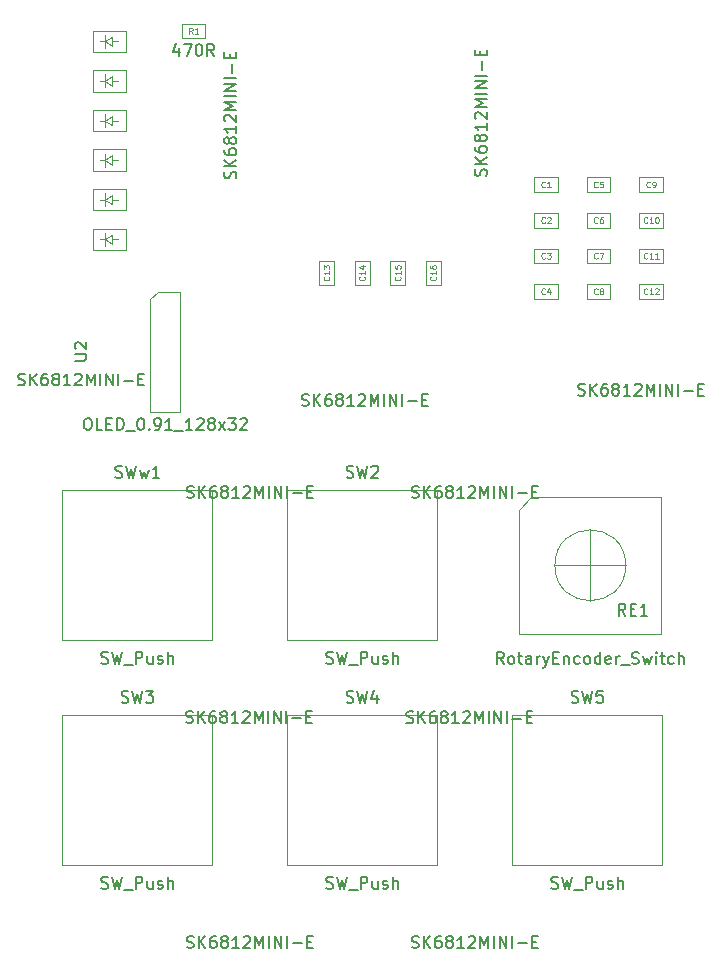
<source format=gbr>
%TF.GenerationSoftware,KiCad,Pcbnew,9.0.7*%
%TF.CreationDate,2026-01-22T22:05:33-06:00*%
%TF.ProjectId,HACK PAD!,4841434b-2050-4414-9421-2e6b69636164,rev?*%
%TF.SameCoordinates,Original*%
%TF.FileFunction,AssemblyDrawing,Top*%
%FSLAX46Y46*%
G04 Gerber Fmt 4.6, Leading zero omitted, Abs format (unit mm)*
G04 Created by KiCad (PCBNEW 9.0.7) date 2026-01-22 22:05:33*
%MOMM*%
%LPD*%
G01*
G04 APERTURE LIST*
%ADD10C,0.150000*%
%ADD11C,0.080000*%
%ADD12C,0.100000*%
%ADD13C,0.120000*%
G04 APERTURE END LIST*
D10*
X46420901Y-43433332D02*
X46468520Y-43290475D01*
X46468520Y-43290475D02*
X46468520Y-43052380D01*
X46468520Y-43052380D02*
X46420901Y-42957142D01*
X46420901Y-42957142D02*
X46373281Y-42909523D01*
X46373281Y-42909523D02*
X46278043Y-42861904D01*
X46278043Y-42861904D02*
X46182805Y-42861904D01*
X46182805Y-42861904D02*
X46087567Y-42909523D01*
X46087567Y-42909523D02*
X46039948Y-42957142D01*
X46039948Y-42957142D02*
X45992329Y-43052380D01*
X45992329Y-43052380D02*
X45944710Y-43242856D01*
X45944710Y-43242856D02*
X45897091Y-43338094D01*
X45897091Y-43338094D02*
X45849472Y-43385713D01*
X45849472Y-43385713D02*
X45754234Y-43433332D01*
X45754234Y-43433332D02*
X45658996Y-43433332D01*
X45658996Y-43433332D02*
X45563758Y-43385713D01*
X45563758Y-43385713D02*
X45516139Y-43338094D01*
X45516139Y-43338094D02*
X45468520Y-43242856D01*
X45468520Y-43242856D02*
X45468520Y-43004761D01*
X45468520Y-43004761D02*
X45516139Y-42861904D01*
X46468520Y-42433332D02*
X45468520Y-42433332D01*
X46468520Y-41861904D02*
X45897091Y-42290475D01*
X45468520Y-41861904D02*
X46039948Y-42433332D01*
X45468520Y-41004761D02*
X45468520Y-41195237D01*
X45468520Y-41195237D02*
X45516139Y-41290475D01*
X45516139Y-41290475D02*
X45563758Y-41338094D01*
X45563758Y-41338094D02*
X45706615Y-41433332D01*
X45706615Y-41433332D02*
X45897091Y-41480951D01*
X45897091Y-41480951D02*
X46278043Y-41480951D01*
X46278043Y-41480951D02*
X46373281Y-41433332D01*
X46373281Y-41433332D02*
X46420901Y-41385713D01*
X46420901Y-41385713D02*
X46468520Y-41290475D01*
X46468520Y-41290475D02*
X46468520Y-41099999D01*
X46468520Y-41099999D02*
X46420901Y-41004761D01*
X46420901Y-41004761D02*
X46373281Y-40957142D01*
X46373281Y-40957142D02*
X46278043Y-40909523D01*
X46278043Y-40909523D02*
X46039948Y-40909523D01*
X46039948Y-40909523D02*
X45944710Y-40957142D01*
X45944710Y-40957142D02*
X45897091Y-41004761D01*
X45897091Y-41004761D02*
X45849472Y-41099999D01*
X45849472Y-41099999D02*
X45849472Y-41290475D01*
X45849472Y-41290475D02*
X45897091Y-41385713D01*
X45897091Y-41385713D02*
X45944710Y-41433332D01*
X45944710Y-41433332D02*
X46039948Y-41480951D01*
X45897091Y-40338094D02*
X45849472Y-40433332D01*
X45849472Y-40433332D02*
X45801853Y-40480951D01*
X45801853Y-40480951D02*
X45706615Y-40528570D01*
X45706615Y-40528570D02*
X45658996Y-40528570D01*
X45658996Y-40528570D02*
X45563758Y-40480951D01*
X45563758Y-40480951D02*
X45516139Y-40433332D01*
X45516139Y-40433332D02*
X45468520Y-40338094D01*
X45468520Y-40338094D02*
X45468520Y-40147618D01*
X45468520Y-40147618D02*
X45516139Y-40052380D01*
X45516139Y-40052380D02*
X45563758Y-40004761D01*
X45563758Y-40004761D02*
X45658996Y-39957142D01*
X45658996Y-39957142D02*
X45706615Y-39957142D01*
X45706615Y-39957142D02*
X45801853Y-40004761D01*
X45801853Y-40004761D02*
X45849472Y-40052380D01*
X45849472Y-40052380D02*
X45897091Y-40147618D01*
X45897091Y-40147618D02*
X45897091Y-40338094D01*
X45897091Y-40338094D02*
X45944710Y-40433332D01*
X45944710Y-40433332D02*
X45992329Y-40480951D01*
X45992329Y-40480951D02*
X46087567Y-40528570D01*
X46087567Y-40528570D02*
X46278043Y-40528570D01*
X46278043Y-40528570D02*
X46373281Y-40480951D01*
X46373281Y-40480951D02*
X46420901Y-40433332D01*
X46420901Y-40433332D02*
X46468520Y-40338094D01*
X46468520Y-40338094D02*
X46468520Y-40147618D01*
X46468520Y-40147618D02*
X46420901Y-40052380D01*
X46420901Y-40052380D02*
X46373281Y-40004761D01*
X46373281Y-40004761D02*
X46278043Y-39957142D01*
X46278043Y-39957142D02*
X46087567Y-39957142D01*
X46087567Y-39957142D02*
X45992329Y-40004761D01*
X45992329Y-40004761D02*
X45944710Y-40052380D01*
X45944710Y-40052380D02*
X45897091Y-40147618D01*
X46468520Y-39004761D02*
X46468520Y-39576189D01*
X46468520Y-39290475D02*
X45468520Y-39290475D01*
X45468520Y-39290475D02*
X45611377Y-39385713D01*
X45611377Y-39385713D02*
X45706615Y-39480951D01*
X45706615Y-39480951D02*
X45754234Y-39576189D01*
X45563758Y-38623808D02*
X45516139Y-38576189D01*
X45516139Y-38576189D02*
X45468520Y-38480951D01*
X45468520Y-38480951D02*
X45468520Y-38242856D01*
X45468520Y-38242856D02*
X45516139Y-38147618D01*
X45516139Y-38147618D02*
X45563758Y-38099999D01*
X45563758Y-38099999D02*
X45658996Y-38052380D01*
X45658996Y-38052380D02*
X45754234Y-38052380D01*
X45754234Y-38052380D02*
X45897091Y-38099999D01*
X45897091Y-38099999D02*
X46468520Y-38671427D01*
X46468520Y-38671427D02*
X46468520Y-38052380D01*
X46468520Y-37623808D02*
X45468520Y-37623808D01*
X45468520Y-37623808D02*
X46182805Y-37290475D01*
X46182805Y-37290475D02*
X45468520Y-36957142D01*
X45468520Y-36957142D02*
X46468520Y-36957142D01*
X46468520Y-36480951D02*
X45468520Y-36480951D01*
X46468520Y-36004761D02*
X45468520Y-36004761D01*
X45468520Y-36004761D02*
X46468520Y-35433333D01*
X46468520Y-35433333D02*
X45468520Y-35433333D01*
X46468520Y-34957142D02*
X45468520Y-34957142D01*
X46087567Y-34480952D02*
X46087567Y-33719048D01*
X45944710Y-33242857D02*
X45944710Y-32909524D01*
X46468520Y-32766667D02*
X46468520Y-33242857D01*
X46468520Y-33242857D02*
X45468520Y-33242857D01*
X45468520Y-33242857D02*
X45468520Y-32766667D01*
X42291667Y-70452201D02*
X42434524Y-70499820D01*
X42434524Y-70499820D02*
X42672619Y-70499820D01*
X42672619Y-70499820D02*
X42767857Y-70452201D01*
X42767857Y-70452201D02*
X42815476Y-70404581D01*
X42815476Y-70404581D02*
X42863095Y-70309343D01*
X42863095Y-70309343D02*
X42863095Y-70214105D01*
X42863095Y-70214105D02*
X42815476Y-70118867D01*
X42815476Y-70118867D02*
X42767857Y-70071248D01*
X42767857Y-70071248D02*
X42672619Y-70023629D01*
X42672619Y-70023629D02*
X42482143Y-69976010D01*
X42482143Y-69976010D02*
X42386905Y-69928391D01*
X42386905Y-69928391D02*
X42339286Y-69880772D01*
X42339286Y-69880772D02*
X42291667Y-69785534D01*
X42291667Y-69785534D02*
X42291667Y-69690296D01*
X42291667Y-69690296D02*
X42339286Y-69595058D01*
X42339286Y-69595058D02*
X42386905Y-69547439D01*
X42386905Y-69547439D02*
X42482143Y-69499820D01*
X42482143Y-69499820D02*
X42720238Y-69499820D01*
X42720238Y-69499820D02*
X42863095Y-69547439D01*
X43291667Y-70499820D02*
X43291667Y-69499820D01*
X43863095Y-70499820D02*
X43434524Y-69928391D01*
X43863095Y-69499820D02*
X43291667Y-70071248D01*
X44720238Y-69499820D02*
X44529762Y-69499820D01*
X44529762Y-69499820D02*
X44434524Y-69547439D01*
X44434524Y-69547439D02*
X44386905Y-69595058D01*
X44386905Y-69595058D02*
X44291667Y-69737915D01*
X44291667Y-69737915D02*
X44244048Y-69928391D01*
X44244048Y-69928391D02*
X44244048Y-70309343D01*
X44244048Y-70309343D02*
X44291667Y-70404581D01*
X44291667Y-70404581D02*
X44339286Y-70452201D01*
X44339286Y-70452201D02*
X44434524Y-70499820D01*
X44434524Y-70499820D02*
X44625000Y-70499820D01*
X44625000Y-70499820D02*
X44720238Y-70452201D01*
X44720238Y-70452201D02*
X44767857Y-70404581D01*
X44767857Y-70404581D02*
X44815476Y-70309343D01*
X44815476Y-70309343D02*
X44815476Y-70071248D01*
X44815476Y-70071248D02*
X44767857Y-69976010D01*
X44767857Y-69976010D02*
X44720238Y-69928391D01*
X44720238Y-69928391D02*
X44625000Y-69880772D01*
X44625000Y-69880772D02*
X44434524Y-69880772D01*
X44434524Y-69880772D02*
X44339286Y-69928391D01*
X44339286Y-69928391D02*
X44291667Y-69976010D01*
X44291667Y-69976010D02*
X44244048Y-70071248D01*
X45386905Y-69928391D02*
X45291667Y-69880772D01*
X45291667Y-69880772D02*
X45244048Y-69833153D01*
X45244048Y-69833153D02*
X45196429Y-69737915D01*
X45196429Y-69737915D02*
X45196429Y-69690296D01*
X45196429Y-69690296D02*
X45244048Y-69595058D01*
X45244048Y-69595058D02*
X45291667Y-69547439D01*
X45291667Y-69547439D02*
X45386905Y-69499820D01*
X45386905Y-69499820D02*
X45577381Y-69499820D01*
X45577381Y-69499820D02*
X45672619Y-69547439D01*
X45672619Y-69547439D02*
X45720238Y-69595058D01*
X45720238Y-69595058D02*
X45767857Y-69690296D01*
X45767857Y-69690296D02*
X45767857Y-69737915D01*
X45767857Y-69737915D02*
X45720238Y-69833153D01*
X45720238Y-69833153D02*
X45672619Y-69880772D01*
X45672619Y-69880772D02*
X45577381Y-69928391D01*
X45577381Y-69928391D02*
X45386905Y-69928391D01*
X45386905Y-69928391D02*
X45291667Y-69976010D01*
X45291667Y-69976010D02*
X45244048Y-70023629D01*
X45244048Y-70023629D02*
X45196429Y-70118867D01*
X45196429Y-70118867D02*
X45196429Y-70309343D01*
X45196429Y-70309343D02*
X45244048Y-70404581D01*
X45244048Y-70404581D02*
X45291667Y-70452201D01*
X45291667Y-70452201D02*
X45386905Y-70499820D01*
X45386905Y-70499820D02*
X45577381Y-70499820D01*
X45577381Y-70499820D02*
X45672619Y-70452201D01*
X45672619Y-70452201D02*
X45720238Y-70404581D01*
X45720238Y-70404581D02*
X45767857Y-70309343D01*
X45767857Y-70309343D02*
X45767857Y-70118867D01*
X45767857Y-70118867D02*
X45720238Y-70023629D01*
X45720238Y-70023629D02*
X45672619Y-69976010D01*
X45672619Y-69976010D02*
X45577381Y-69928391D01*
X46720238Y-70499820D02*
X46148810Y-70499820D01*
X46434524Y-70499820D02*
X46434524Y-69499820D01*
X46434524Y-69499820D02*
X46339286Y-69642677D01*
X46339286Y-69642677D02*
X46244048Y-69737915D01*
X46244048Y-69737915D02*
X46148810Y-69785534D01*
X47101191Y-69595058D02*
X47148810Y-69547439D01*
X47148810Y-69547439D02*
X47244048Y-69499820D01*
X47244048Y-69499820D02*
X47482143Y-69499820D01*
X47482143Y-69499820D02*
X47577381Y-69547439D01*
X47577381Y-69547439D02*
X47625000Y-69595058D01*
X47625000Y-69595058D02*
X47672619Y-69690296D01*
X47672619Y-69690296D02*
X47672619Y-69785534D01*
X47672619Y-69785534D02*
X47625000Y-69928391D01*
X47625000Y-69928391D02*
X47053572Y-70499820D01*
X47053572Y-70499820D02*
X47672619Y-70499820D01*
X48101191Y-70499820D02*
X48101191Y-69499820D01*
X48101191Y-69499820D02*
X48434524Y-70214105D01*
X48434524Y-70214105D02*
X48767857Y-69499820D01*
X48767857Y-69499820D02*
X48767857Y-70499820D01*
X49244048Y-70499820D02*
X49244048Y-69499820D01*
X49720238Y-70499820D02*
X49720238Y-69499820D01*
X49720238Y-69499820D02*
X50291666Y-70499820D01*
X50291666Y-70499820D02*
X50291666Y-69499820D01*
X50767857Y-70499820D02*
X50767857Y-69499820D01*
X51244047Y-70118867D02*
X52005952Y-70118867D01*
X52482142Y-69976010D02*
X52815475Y-69976010D01*
X52958332Y-70499820D02*
X52482142Y-70499820D01*
X52482142Y-70499820D02*
X52482142Y-69499820D01*
X52482142Y-69499820D02*
X52958332Y-69499820D01*
X60888967Y-89521001D02*
X61031824Y-89568620D01*
X61031824Y-89568620D02*
X61269919Y-89568620D01*
X61269919Y-89568620D02*
X61365157Y-89521001D01*
X61365157Y-89521001D02*
X61412776Y-89473381D01*
X61412776Y-89473381D02*
X61460395Y-89378143D01*
X61460395Y-89378143D02*
X61460395Y-89282905D01*
X61460395Y-89282905D02*
X61412776Y-89187667D01*
X61412776Y-89187667D02*
X61365157Y-89140048D01*
X61365157Y-89140048D02*
X61269919Y-89092429D01*
X61269919Y-89092429D02*
X61079443Y-89044810D01*
X61079443Y-89044810D02*
X60984205Y-88997191D01*
X60984205Y-88997191D02*
X60936586Y-88949572D01*
X60936586Y-88949572D02*
X60888967Y-88854334D01*
X60888967Y-88854334D02*
X60888967Y-88759096D01*
X60888967Y-88759096D02*
X60936586Y-88663858D01*
X60936586Y-88663858D02*
X60984205Y-88616239D01*
X60984205Y-88616239D02*
X61079443Y-88568620D01*
X61079443Y-88568620D02*
X61317538Y-88568620D01*
X61317538Y-88568620D02*
X61460395Y-88616239D01*
X61888967Y-89568620D02*
X61888967Y-88568620D01*
X62460395Y-89568620D02*
X62031824Y-88997191D01*
X62460395Y-88568620D02*
X61888967Y-89140048D01*
X63317538Y-88568620D02*
X63127062Y-88568620D01*
X63127062Y-88568620D02*
X63031824Y-88616239D01*
X63031824Y-88616239D02*
X62984205Y-88663858D01*
X62984205Y-88663858D02*
X62888967Y-88806715D01*
X62888967Y-88806715D02*
X62841348Y-88997191D01*
X62841348Y-88997191D02*
X62841348Y-89378143D01*
X62841348Y-89378143D02*
X62888967Y-89473381D01*
X62888967Y-89473381D02*
X62936586Y-89521001D01*
X62936586Y-89521001D02*
X63031824Y-89568620D01*
X63031824Y-89568620D02*
X63222300Y-89568620D01*
X63222300Y-89568620D02*
X63317538Y-89521001D01*
X63317538Y-89521001D02*
X63365157Y-89473381D01*
X63365157Y-89473381D02*
X63412776Y-89378143D01*
X63412776Y-89378143D02*
X63412776Y-89140048D01*
X63412776Y-89140048D02*
X63365157Y-89044810D01*
X63365157Y-89044810D02*
X63317538Y-88997191D01*
X63317538Y-88997191D02*
X63222300Y-88949572D01*
X63222300Y-88949572D02*
X63031824Y-88949572D01*
X63031824Y-88949572D02*
X62936586Y-88997191D01*
X62936586Y-88997191D02*
X62888967Y-89044810D01*
X62888967Y-89044810D02*
X62841348Y-89140048D01*
X63984205Y-88997191D02*
X63888967Y-88949572D01*
X63888967Y-88949572D02*
X63841348Y-88901953D01*
X63841348Y-88901953D02*
X63793729Y-88806715D01*
X63793729Y-88806715D02*
X63793729Y-88759096D01*
X63793729Y-88759096D02*
X63841348Y-88663858D01*
X63841348Y-88663858D02*
X63888967Y-88616239D01*
X63888967Y-88616239D02*
X63984205Y-88568620D01*
X63984205Y-88568620D02*
X64174681Y-88568620D01*
X64174681Y-88568620D02*
X64269919Y-88616239D01*
X64269919Y-88616239D02*
X64317538Y-88663858D01*
X64317538Y-88663858D02*
X64365157Y-88759096D01*
X64365157Y-88759096D02*
X64365157Y-88806715D01*
X64365157Y-88806715D02*
X64317538Y-88901953D01*
X64317538Y-88901953D02*
X64269919Y-88949572D01*
X64269919Y-88949572D02*
X64174681Y-88997191D01*
X64174681Y-88997191D02*
X63984205Y-88997191D01*
X63984205Y-88997191D02*
X63888967Y-89044810D01*
X63888967Y-89044810D02*
X63841348Y-89092429D01*
X63841348Y-89092429D02*
X63793729Y-89187667D01*
X63793729Y-89187667D02*
X63793729Y-89378143D01*
X63793729Y-89378143D02*
X63841348Y-89473381D01*
X63841348Y-89473381D02*
X63888967Y-89521001D01*
X63888967Y-89521001D02*
X63984205Y-89568620D01*
X63984205Y-89568620D02*
X64174681Y-89568620D01*
X64174681Y-89568620D02*
X64269919Y-89521001D01*
X64269919Y-89521001D02*
X64317538Y-89473381D01*
X64317538Y-89473381D02*
X64365157Y-89378143D01*
X64365157Y-89378143D02*
X64365157Y-89187667D01*
X64365157Y-89187667D02*
X64317538Y-89092429D01*
X64317538Y-89092429D02*
X64269919Y-89044810D01*
X64269919Y-89044810D02*
X64174681Y-88997191D01*
X65317538Y-89568620D02*
X64746110Y-89568620D01*
X65031824Y-89568620D02*
X65031824Y-88568620D01*
X65031824Y-88568620D02*
X64936586Y-88711477D01*
X64936586Y-88711477D02*
X64841348Y-88806715D01*
X64841348Y-88806715D02*
X64746110Y-88854334D01*
X65698491Y-88663858D02*
X65746110Y-88616239D01*
X65746110Y-88616239D02*
X65841348Y-88568620D01*
X65841348Y-88568620D02*
X66079443Y-88568620D01*
X66079443Y-88568620D02*
X66174681Y-88616239D01*
X66174681Y-88616239D02*
X66222300Y-88663858D01*
X66222300Y-88663858D02*
X66269919Y-88759096D01*
X66269919Y-88759096D02*
X66269919Y-88854334D01*
X66269919Y-88854334D02*
X66222300Y-88997191D01*
X66222300Y-88997191D02*
X65650872Y-89568620D01*
X65650872Y-89568620D02*
X66269919Y-89568620D01*
X66698491Y-89568620D02*
X66698491Y-88568620D01*
X66698491Y-88568620D02*
X67031824Y-89282905D01*
X67031824Y-89282905D02*
X67365157Y-88568620D01*
X67365157Y-88568620D02*
X67365157Y-89568620D01*
X67841348Y-89568620D02*
X67841348Y-88568620D01*
X68317538Y-89568620D02*
X68317538Y-88568620D01*
X68317538Y-88568620D02*
X68888966Y-89568620D01*
X68888966Y-89568620D02*
X68888966Y-88568620D01*
X69365157Y-89568620D02*
X69365157Y-88568620D01*
X69841347Y-89187667D02*
X70603252Y-89187667D01*
X71079442Y-89044810D02*
X71412775Y-89044810D01*
X71555632Y-89568620D02*
X71079442Y-89568620D01*
X71079442Y-89568620D02*
X71079442Y-88568620D01*
X71079442Y-88568620D02*
X71555632Y-88568620D01*
X42291667Y-108552201D02*
X42434524Y-108599820D01*
X42434524Y-108599820D02*
X42672619Y-108599820D01*
X42672619Y-108599820D02*
X42767857Y-108552201D01*
X42767857Y-108552201D02*
X42815476Y-108504581D01*
X42815476Y-108504581D02*
X42863095Y-108409343D01*
X42863095Y-108409343D02*
X42863095Y-108314105D01*
X42863095Y-108314105D02*
X42815476Y-108218867D01*
X42815476Y-108218867D02*
X42767857Y-108171248D01*
X42767857Y-108171248D02*
X42672619Y-108123629D01*
X42672619Y-108123629D02*
X42482143Y-108076010D01*
X42482143Y-108076010D02*
X42386905Y-108028391D01*
X42386905Y-108028391D02*
X42339286Y-107980772D01*
X42339286Y-107980772D02*
X42291667Y-107885534D01*
X42291667Y-107885534D02*
X42291667Y-107790296D01*
X42291667Y-107790296D02*
X42339286Y-107695058D01*
X42339286Y-107695058D02*
X42386905Y-107647439D01*
X42386905Y-107647439D02*
X42482143Y-107599820D01*
X42482143Y-107599820D02*
X42720238Y-107599820D01*
X42720238Y-107599820D02*
X42863095Y-107647439D01*
X43291667Y-108599820D02*
X43291667Y-107599820D01*
X43863095Y-108599820D02*
X43434524Y-108028391D01*
X43863095Y-107599820D02*
X43291667Y-108171248D01*
X44720238Y-107599820D02*
X44529762Y-107599820D01*
X44529762Y-107599820D02*
X44434524Y-107647439D01*
X44434524Y-107647439D02*
X44386905Y-107695058D01*
X44386905Y-107695058D02*
X44291667Y-107837915D01*
X44291667Y-107837915D02*
X44244048Y-108028391D01*
X44244048Y-108028391D02*
X44244048Y-108409343D01*
X44244048Y-108409343D02*
X44291667Y-108504581D01*
X44291667Y-108504581D02*
X44339286Y-108552201D01*
X44339286Y-108552201D02*
X44434524Y-108599820D01*
X44434524Y-108599820D02*
X44625000Y-108599820D01*
X44625000Y-108599820D02*
X44720238Y-108552201D01*
X44720238Y-108552201D02*
X44767857Y-108504581D01*
X44767857Y-108504581D02*
X44815476Y-108409343D01*
X44815476Y-108409343D02*
X44815476Y-108171248D01*
X44815476Y-108171248D02*
X44767857Y-108076010D01*
X44767857Y-108076010D02*
X44720238Y-108028391D01*
X44720238Y-108028391D02*
X44625000Y-107980772D01*
X44625000Y-107980772D02*
X44434524Y-107980772D01*
X44434524Y-107980772D02*
X44339286Y-108028391D01*
X44339286Y-108028391D02*
X44291667Y-108076010D01*
X44291667Y-108076010D02*
X44244048Y-108171248D01*
X45386905Y-108028391D02*
X45291667Y-107980772D01*
X45291667Y-107980772D02*
X45244048Y-107933153D01*
X45244048Y-107933153D02*
X45196429Y-107837915D01*
X45196429Y-107837915D02*
X45196429Y-107790296D01*
X45196429Y-107790296D02*
X45244048Y-107695058D01*
X45244048Y-107695058D02*
X45291667Y-107647439D01*
X45291667Y-107647439D02*
X45386905Y-107599820D01*
X45386905Y-107599820D02*
X45577381Y-107599820D01*
X45577381Y-107599820D02*
X45672619Y-107647439D01*
X45672619Y-107647439D02*
X45720238Y-107695058D01*
X45720238Y-107695058D02*
X45767857Y-107790296D01*
X45767857Y-107790296D02*
X45767857Y-107837915D01*
X45767857Y-107837915D02*
X45720238Y-107933153D01*
X45720238Y-107933153D02*
X45672619Y-107980772D01*
X45672619Y-107980772D02*
X45577381Y-108028391D01*
X45577381Y-108028391D02*
X45386905Y-108028391D01*
X45386905Y-108028391D02*
X45291667Y-108076010D01*
X45291667Y-108076010D02*
X45244048Y-108123629D01*
X45244048Y-108123629D02*
X45196429Y-108218867D01*
X45196429Y-108218867D02*
X45196429Y-108409343D01*
X45196429Y-108409343D02*
X45244048Y-108504581D01*
X45244048Y-108504581D02*
X45291667Y-108552201D01*
X45291667Y-108552201D02*
X45386905Y-108599820D01*
X45386905Y-108599820D02*
X45577381Y-108599820D01*
X45577381Y-108599820D02*
X45672619Y-108552201D01*
X45672619Y-108552201D02*
X45720238Y-108504581D01*
X45720238Y-108504581D02*
X45767857Y-108409343D01*
X45767857Y-108409343D02*
X45767857Y-108218867D01*
X45767857Y-108218867D02*
X45720238Y-108123629D01*
X45720238Y-108123629D02*
X45672619Y-108076010D01*
X45672619Y-108076010D02*
X45577381Y-108028391D01*
X46720238Y-108599820D02*
X46148810Y-108599820D01*
X46434524Y-108599820D02*
X46434524Y-107599820D01*
X46434524Y-107599820D02*
X46339286Y-107742677D01*
X46339286Y-107742677D02*
X46244048Y-107837915D01*
X46244048Y-107837915D02*
X46148810Y-107885534D01*
X47101191Y-107695058D02*
X47148810Y-107647439D01*
X47148810Y-107647439D02*
X47244048Y-107599820D01*
X47244048Y-107599820D02*
X47482143Y-107599820D01*
X47482143Y-107599820D02*
X47577381Y-107647439D01*
X47577381Y-107647439D02*
X47625000Y-107695058D01*
X47625000Y-107695058D02*
X47672619Y-107790296D01*
X47672619Y-107790296D02*
X47672619Y-107885534D01*
X47672619Y-107885534D02*
X47625000Y-108028391D01*
X47625000Y-108028391D02*
X47053572Y-108599820D01*
X47053572Y-108599820D02*
X47672619Y-108599820D01*
X48101191Y-108599820D02*
X48101191Y-107599820D01*
X48101191Y-107599820D02*
X48434524Y-108314105D01*
X48434524Y-108314105D02*
X48767857Y-107599820D01*
X48767857Y-107599820D02*
X48767857Y-108599820D01*
X49244048Y-108599820D02*
X49244048Y-107599820D01*
X49720238Y-108599820D02*
X49720238Y-107599820D01*
X49720238Y-107599820D02*
X50291666Y-108599820D01*
X50291666Y-108599820D02*
X50291666Y-107599820D01*
X50767857Y-108599820D02*
X50767857Y-107599820D01*
X51244047Y-108218867D02*
X52005952Y-108218867D01*
X52482142Y-108076010D02*
X52815475Y-108076010D01*
X52958332Y-108599820D02*
X52482142Y-108599820D01*
X52482142Y-108599820D02*
X52482142Y-107599820D01*
X52482142Y-107599820D02*
X52958332Y-107599820D01*
X42226667Y-89503401D02*
X42369524Y-89551020D01*
X42369524Y-89551020D02*
X42607619Y-89551020D01*
X42607619Y-89551020D02*
X42702857Y-89503401D01*
X42702857Y-89503401D02*
X42750476Y-89455781D01*
X42750476Y-89455781D02*
X42798095Y-89360543D01*
X42798095Y-89360543D02*
X42798095Y-89265305D01*
X42798095Y-89265305D02*
X42750476Y-89170067D01*
X42750476Y-89170067D02*
X42702857Y-89122448D01*
X42702857Y-89122448D02*
X42607619Y-89074829D01*
X42607619Y-89074829D02*
X42417143Y-89027210D01*
X42417143Y-89027210D02*
X42321905Y-88979591D01*
X42321905Y-88979591D02*
X42274286Y-88931972D01*
X42274286Y-88931972D02*
X42226667Y-88836734D01*
X42226667Y-88836734D02*
X42226667Y-88741496D01*
X42226667Y-88741496D02*
X42274286Y-88646258D01*
X42274286Y-88646258D02*
X42321905Y-88598639D01*
X42321905Y-88598639D02*
X42417143Y-88551020D01*
X42417143Y-88551020D02*
X42655238Y-88551020D01*
X42655238Y-88551020D02*
X42798095Y-88598639D01*
X43226667Y-89551020D02*
X43226667Y-88551020D01*
X43798095Y-89551020D02*
X43369524Y-88979591D01*
X43798095Y-88551020D02*
X43226667Y-89122448D01*
X44655238Y-88551020D02*
X44464762Y-88551020D01*
X44464762Y-88551020D02*
X44369524Y-88598639D01*
X44369524Y-88598639D02*
X44321905Y-88646258D01*
X44321905Y-88646258D02*
X44226667Y-88789115D01*
X44226667Y-88789115D02*
X44179048Y-88979591D01*
X44179048Y-88979591D02*
X44179048Y-89360543D01*
X44179048Y-89360543D02*
X44226667Y-89455781D01*
X44226667Y-89455781D02*
X44274286Y-89503401D01*
X44274286Y-89503401D02*
X44369524Y-89551020D01*
X44369524Y-89551020D02*
X44560000Y-89551020D01*
X44560000Y-89551020D02*
X44655238Y-89503401D01*
X44655238Y-89503401D02*
X44702857Y-89455781D01*
X44702857Y-89455781D02*
X44750476Y-89360543D01*
X44750476Y-89360543D02*
X44750476Y-89122448D01*
X44750476Y-89122448D02*
X44702857Y-89027210D01*
X44702857Y-89027210D02*
X44655238Y-88979591D01*
X44655238Y-88979591D02*
X44560000Y-88931972D01*
X44560000Y-88931972D02*
X44369524Y-88931972D01*
X44369524Y-88931972D02*
X44274286Y-88979591D01*
X44274286Y-88979591D02*
X44226667Y-89027210D01*
X44226667Y-89027210D02*
X44179048Y-89122448D01*
X45321905Y-88979591D02*
X45226667Y-88931972D01*
X45226667Y-88931972D02*
X45179048Y-88884353D01*
X45179048Y-88884353D02*
X45131429Y-88789115D01*
X45131429Y-88789115D02*
X45131429Y-88741496D01*
X45131429Y-88741496D02*
X45179048Y-88646258D01*
X45179048Y-88646258D02*
X45226667Y-88598639D01*
X45226667Y-88598639D02*
X45321905Y-88551020D01*
X45321905Y-88551020D02*
X45512381Y-88551020D01*
X45512381Y-88551020D02*
X45607619Y-88598639D01*
X45607619Y-88598639D02*
X45655238Y-88646258D01*
X45655238Y-88646258D02*
X45702857Y-88741496D01*
X45702857Y-88741496D02*
X45702857Y-88789115D01*
X45702857Y-88789115D02*
X45655238Y-88884353D01*
X45655238Y-88884353D02*
X45607619Y-88931972D01*
X45607619Y-88931972D02*
X45512381Y-88979591D01*
X45512381Y-88979591D02*
X45321905Y-88979591D01*
X45321905Y-88979591D02*
X45226667Y-89027210D01*
X45226667Y-89027210D02*
X45179048Y-89074829D01*
X45179048Y-89074829D02*
X45131429Y-89170067D01*
X45131429Y-89170067D02*
X45131429Y-89360543D01*
X45131429Y-89360543D02*
X45179048Y-89455781D01*
X45179048Y-89455781D02*
X45226667Y-89503401D01*
X45226667Y-89503401D02*
X45321905Y-89551020D01*
X45321905Y-89551020D02*
X45512381Y-89551020D01*
X45512381Y-89551020D02*
X45607619Y-89503401D01*
X45607619Y-89503401D02*
X45655238Y-89455781D01*
X45655238Y-89455781D02*
X45702857Y-89360543D01*
X45702857Y-89360543D02*
X45702857Y-89170067D01*
X45702857Y-89170067D02*
X45655238Y-89074829D01*
X45655238Y-89074829D02*
X45607619Y-89027210D01*
X45607619Y-89027210D02*
X45512381Y-88979591D01*
X46655238Y-89551020D02*
X46083810Y-89551020D01*
X46369524Y-89551020D02*
X46369524Y-88551020D01*
X46369524Y-88551020D02*
X46274286Y-88693877D01*
X46274286Y-88693877D02*
X46179048Y-88789115D01*
X46179048Y-88789115D02*
X46083810Y-88836734D01*
X47036191Y-88646258D02*
X47083810Y-88598639D01*
X47083810Y-88598639D02*
X47179048Y-88551020D01*
X47179048Y-88551020D02*
X47417143Y-88551020D01*
X47417143Y-88551020D02*
X47512381Y-88598639D01*
X47512381Y-88598639D02*
X47560000Y-88646258D01*
X47560000Y-88646258D02*
X47607619Y-88741496D01*
X47607619Y-88741496D02*
X47607619Y-88836734D01*
X47607619Y-88836734D02*
X47560000Y-88979591D01*
X47560000Y-88979591D02*
X46988572Y-89551020D01*
X46988572Y-89551020D02*
X47607619Y-89551020D01*
X48036191Y-89551020D02*
X48036191Y-88551020D01*
X48036191Y-88551020D02*
X48369524Y-89265305D01*
X48369524Y-89265305D02*
X48702857Y-88551020D01*
X48702857Y-88551020D02*
X48702857Y-89551020D01*
X49179048Y-89551020D02*
X49179048Y-88551020D01*
X49655238Y-89551020D02*
X49655238Y-88551020D01*
X49655238Y-88551020D02*
X50226666Y-89551020D01*
X50226666Y-89551020D02*
X50226666Y-88551020D01*
X50702857Y-89551020D02*
X50702857Y-88551020D01*
X51179047Y-89170067D02*
X51940952Y-89170067D01*
X52417142Y-89027210D02*
X52750475Y-89027210D01*
X52893332Y-89551020D02*
X52417142Y-89551020D01*
X52417142Y-89551020D02*
X52417142Y-88551020D01*
X52417142Y-88551020D02*
X52893332Y-88551020D01*
X61341667Y-108552201D02*
X61484524Y-108599820D01*
X61484524Y-108599820D02*
X61722619Y-108599820D01*
X61722619Y-108599820D02*
X61817857Y-108552201D01*
X61817857Y-108552201D02*
X61865476Y-108504581D01*
X61865476Y-108504581D02*
X61913095Y-108409343D01*
X61913095Y-108409343D02*
X61913095Y-108314105D01*
X61913095Y-108314105D02*
X61865476Y-108218867D01*
X61865476Y-108218867D02*
X61817857Y-108171248D01*
X61817857Y-108171248D02*
X61722619Y-108123629D01*
X61722619Y-108123629D02*
X61532143Y-108076010D01*
X61532143Y-108076010D02*
X61436905Y-108028391D01*
X61436905Y-108028391D02*
X61389286Y-107980772D01*
X61389286Y-107980772D02*
X61341667Y-107885534D01*
X61341667Y-107885534D02*
X61341667Y-107790296D01*
X61341667Y-107790296D02*
X61389286Y-107695058D01*
X61389286Y-107695058D02*
X61436905Y-107647439D01*
X61436905Y-107647439D02*
X61532143Y-107599820D01*
X61532143Y-107599820D02*
X61770238Y-107599820D01*
X61770238Y-107599820D02*
X61913095Y-107647439D01*
X62341667Y-108599820D02*
X62341667Y-107599820D01*
X62913095Y-108599820D02*
X62484524Y-108028391D01*
X62913095Y-107599820D02*
X62341667Y-108171248D01*
X63770238Y-107599820D02*
X63579762Y-107599820D01*
X63579762Y-107599820D02*
X63484524Y-107647439D01*
X63484524Y-107647439D02*
X63436905Y-107695058D01*
X63436905Y-107695058D02*
X63341667Y-107837915D01*
X63341667Y-107837915D02*
X63294048Y-108028391D01*
X63294048Y-108028391D02*
X63294048Y-108409343D01*
X63294048Y-108409343D02*
X63341667Y-108504581D01*
X63341667Y-108504581D02*
X63389286Y-108552201D01*
X63389286Y-108552201D02*
X63484524Y-108599820D01*
X63484524Y-108599820D02*
X63675000Y-108599820D01*
X63675000Y-108599820D02*
X63770238Y-108552201D01*
X63770238Y-108552201D02*
X63817857Y-108504581D01*
X63817857Y-108504581D02*
X63865476Y-108409343D01*
X63865476Y-108409343D02*
X63865476Y-108171248D01*
X63865476Y-108171248D02*
X63817857Y-108076010D01*
X63817857Y-108076010D02*
X63770238Y-108028391D01*
X63770238Y-108028391D02*
X63675000Y-107980772D01*
X63675000Y-107980772D02*
X63484524Y-107980772D01*
X63484524Y-107980772D02*
X63389286Y-108028391D01*
X63389286Y-108028391D02*
X63341667Y-108076010D01*
X63341667Y-108076010D02*
X63294048Y-108171248D01*
X64436905Y-108028391D02*
X64341667Y-107980772D01*
X64341667Y-107980772D02*
X64294048Y-107933153D01*
X64294048Y-107933153D02*
X64246429Y-107837915D01*
X64246429Y-107837915D02*
X64246429Y-107790296D01*
X64246429Y-107790296D02*
X64294048Y-107695058D01*
X64294048Y-107695058D02*
X64341667Y-107647439D01*
X64341667Y-107647439D02*
X64436905Y-107599820D01*
X64436905Y-107599820D02*
X64627381Y-107599820D01*
X64627381Y-107599820D02*
X64722619Y-107647439D01*
X64722619Y-107647439D02*
X64770238Y-107695058D01*
X64770238Y-107695058D02*
X64817857Y-107790296D01*
X64817857Y-107790296D02*
X64817857Y-107837915D01*
X64817857Y-107837915D02*
X64770238Y-107933153D01*
X64770238Y-107933153D02*
X64722619Y-107980772D01*
X64722619Y-107980772D02*
X64627381Y-108028391D01*
X64627381Y-108028391D02*
X64436905Y-108028391D01*
X64436905Y-108028391D02*
X64341667Y-108076010D01*
X64341667Y-108076010D02*
X64294048Y-108123629D01*
X64294048Y-108123629D02*
X64246429Y-108218867D01*
X64246429Y-108218867D02*
X64246429Y-108409343D01*
X64246429Y-108409343D02*
X64294048Y-108504581D01*
X64294048Y-108504581D02*
X64341667Y-108552201D01*
X64341667Y-108552201D02*
X64436905Y-108599820D01*
X64436905Y-108599820D02*
X64627381Y-108599820D01*
X64627381Y-108599820D02*
X64722619Y-108552201D01*
X64722619Y-108552201D02*
X64770238Y-108504581D01*
X64770238Y-108504581D02*
X64817857Y-108409343D01*
X64817857Y-108409343D02*
X64817857Y-108218867D01*
X64817857Y-108218867D02*
X64770238Y-108123629D01*
X64770238Y-108123629D02*
X64722619Y-108076010D01*
X64722619Y-108076010D02*
X64627381Y-108028391D01*
X65770238Y-108599820D02*
X65198810Y-108599820D01*
X65484524Y-108599820D02*
X65484524Y-107599820D01*
X65484524Y-107599820D02*
X65389286Y-107742677D01*
X65389286Y-107742677D02*
X65294048Y-107837915D01*
X65294048Y-107837915D02*
X65198810Y-107885534D01*
X66151191Y-107695058D02*
X66198810Y-107647439D01*
X66198810Y-107647439D02*
X66294048Y-107599820D01*
X66294048Y-107599820D02*
X66532143Y-107599820D01*
X66532143Y-107599820D02*
X66627381Y-107647439D01*
X66627381Y-107647439D02*
X66675000Y-107695058D01*
X66675000Y-107695058D02*
X66722619Y-107790296D01*
X66722619Y-107790296D02*
X66722619Y-107885534D01*
X66722619Y-107885534D02*
X66675000Y-108028391D01*
X66675000Y-108028391D02*
X66103572Y-108599820D01*
X66103572Y-108599820D02*
X66722619Y-108599820D01*
X67151191Y-108599820D02*
X67151191Y-107599820D01*
X67151191Y-107599820D02*
X67484524Y-108314105D01*
X67484524Y-108314105D02*
X67817857Y-107599820D01*
X67817857Y-107599820D02*
X67817857Y-108599820D01*
X68294048Y-108599820D02*
X68294048Y-107599820D01*
X68770238Y-108599820D02*
X68770238Y-107599820D01*
X68770238Y-107599820D02*
X69341666Y-108599820D01*
X69341666Y-108599820D02*
X69341666Y-107599820D01*
X69817857Y-108599820D02*
X69817857Y-107599820D01*
X70294047Y-108218867D02*
X71055952Y-108218867D01*
X71532142Y-108076010D02*
X71865475Y-108076010D01*
X72008332Y-108599820D02*
X71532142Y-108599820D01*
X71532142Y-108599820D02*
X71532142Y-107599820D01*
X71532142Y-107599820D02*
X72008332Y-107599820D01*
X61341667Y-70452201D02*
X61484524Y-70499820D01*
X61484524Y-70499820D02*
X61722619Y-70499820D01*
X61722619Y-70499820D02*
X61817857Y-70452201D01*
X61817857Y-70452201D02*
X61865476Y-70404581D01*
X61865476Y-70404581D02*
X61913095Y-70309343D01*
X61913095Y-70309343D02*
X61913095Y-70214105D01*
X61913095Y-70214105D02*
X61865476Y-70118867D01*
X61865476Y-70118867D02*
X61817857Y-70071248D01*
X61817857Y-70071248D02*
X61722619Y-70023629D01*
X61722619Y-70023629D02*
X61532143Y-69976010D01*
X61532143Y-69976010D02*
X61436905Y-69928391D01*
X61436905Y-69928391D02*
X61389286Y-69880772D01*
X61389286Y-69880772D02*
X61341667Y-69785534D01*
X61341667Y-69785534D02*
X61341667Y-69690296D01*
X61341667Y-69690296D02*
X61389286Y-69595058D01*
X61389286Y-69595058D02*
X61436905Y-69547439D01*
X61436905Y-69547439D02*
X61532143Y-69499820D01*
X61532143Y-69499820D02*
X61770238Y-69499820D01*
X61770238Y-69499820D02*
X61913095Y-69547439D01*
X62341667Y-70499820D02*
X62341667Y-69499820D01*
X62913095Y-70499820D02*
X62484524Y-69928391D01*
X62913095Y-69499820D02*
X62341667Y-70071248D01*
X63770238Y-69499820D02*
X63579762Y-69499820D01*
X63579762Y-69499820D02*
X63484524Y-69547439D01*
X63484524Y-69547439D02*
X63436905Y-69595058D01*
X63436905Y-69595058D02*
X63341667Y-69737915D01*
X63341667Y-69737915D02*
X63294048Y-69928391D01*
X63294048Y-69928391D02*
X63294048Y-70309343D01*
X63294048Y-70309343D02*
X63341667Y-70404581D01*
X63341667Y-70404581D02*
X63389286Y-70452201D01*
X63389286Y-70452201D02*
X63484524Y-70499820D01*
X63484524Y-70499820D02*
X63675000Y-70499820D01*
X63675000Y-70499820D02*
X63770238Y-70452201D01*
X63770238Y-70452201D02*
X63817857Y-70404581D01*
X63817857Y-70404581D02*
X63865476Y-70309343D01*
X63865476Y-70309343D02*
X63865476Y-70071248D01*
X63865476Y-70071248D02*
X63817857Y-69976010D01*
X63817857Y-69976010D02*
X63770238Y-69928391D01*
X63770238Y-69928391D02*
X63675000Y-69880772D01*
X63675000Y-69880772D02*
X63484524Y-69880772D01*
X63484524Y-69880772D02*
X63389286Y-69928391D01*
X63389286Y-69928391D02*
X63341667Y-69976010D01*
X63341667Y-69976010D02*
X63294048Y-70071248D01*
X64436905Y-69928391D02*
X64341667Y-69880772D01*
X64341667Y-69880772D02*
X64294048Y-69833153D01*
X64294048Y-69833153D02*
X64246429Y-69737915D01*
X64246429Y-69737915D02*
X64246429Y-69690296D01*
X64246429Y-69690296D02*
X64294048Y-69595058D01*
X64294048Y-69595058D02*
X64341667Y-69547439D01*
X64341667Y-69547439D02*
X64436905Y-69499820D01*
X64436905Y-69499820D02*
X64627381Y-69499820D01*
X64627381Y-69499820D02*
X64722619Y-69547439D01*
X64722619Y-69547439D02*
X64770238Y-69595058D01*
X64770238Y-69595058D02*
X64817857Y-69690296D01*
X64817857Y-69690296D02*
X64817857Y-69737915D01*
X64817857Y-69737915D02*
X64770238Y-69833153D01*
X64770238Y-69833153D02*
X64722619Y-69880772D01*
X64722619Y-69880772D02*
X64627381Y-69928391D01*
X64627381Y-69928391D02*
X64436905Y-69928391D01*
X64436905Y-69928391D02*
X64341667Y-69976010D01*
X64341667Y-69976010D02*
X64294048Y-70023629D01*
X64294048Y-70023629D02*
X64246429Y-70118867D01*
X64246429Y-70118867D02*
X64246429Y-70309343D01*
X64246429Y-70309343D02*
X64294048Y-70404581D01*
X64294048Y-70404581D02*
X64341667Y-70452201D01*
X64341667Y-70452201D02*
X64436905Y-70499820D01*
X64436905Y-70499820D02*
X64627381Y-70499820D01*
X64627381Y-70499820D02*
X64722619Y-70452201D01*
X64722619Y-70452201D02*
X64770238Y-70404581D01*
X64770238Y-70404581D02*
X64817857Y-70309343D01*
X64817857Y-70309343D02*
X64817857Y-70118867D01*
X64817857Y-70118867D02*
X64770238Y-70023629D01*
X64770238Y-70023629D02*
X64722619Y-69976010D01*
X64722619Y-69976010D02*
X64627381Y-69928391D01*
X65770238Y-70499820D02*
X65198810Y-70499820D01*
X65484524Y-70499820D02*
X65484524Y-69499820D01*
X65484524Y-69499820D02*
X65389286Y-69642677D01*
X65389286Y-69642677D02*
X65294048Y-69737915D01*
X65294048Y-69737915D02*
X65198810Y-69785534D01*
X66151191Y-69595058D02*
X66198810Y-69547439D01*
X66198810Y-69547439D02*
X66294048Y-69499820D01*
X66294048Y-69499820D02*
X66532143Y-69499820D01*
X66532143Y-69499820D02*
X66627381Y-69547439D01*
X66627381Y-69547439D02*
X66675000Y-69595058D01*
X66675000Y-69595058D02*
X66722619Y-69690296D01*
X66722619Y-69690296D02*
X66722619Y-69785534D01*
X66722619Y-69785534D02*
X66675000Y-69928391D01*
X66675000Y-69928391D02*
X66103572Y-70499820D01*
X66103572Y-70499820D02*
X66722619Y-70499820D01*
X67151191Y-70499820D02*
X67151191Y-69499820D01*
X67151191Y-69499820D02*
X67484524Y-70214105D01*
X67484524Y-70214105D02*
X67817857Y-69499820D01*
X67817857Y-69499820D02*
X67817857Y-70499820D01*
X68294048Y-70499820D02*
X68294048Y-69499820D01*
X68770238Y-70499820D02*
X68770238Y-69499820D01*
X68770238Y-69499820D02*
X69341666Y-70499820D01*
X69341666Y-70499820D02*
X69341666Y-69499820D01*
X69817857Y-70499820D02*
X69817857Y-69499820D01*
X70294047Y-70118867D02*
X71055952Y-70118867D01*
X71532142Y-69976010D02*
X71865475Y-69976010D01*
X72008332Y-70499820D02*
X71532142Y-70499820D01*
X71532142Y-70499820D02*
X71532142Y-69499820D01*
X71532142Y-69499820D02*
X72008332Y-69499820D01*
X52035367Y-62661301D02*
X52178224Y-62708920D01*
X52178224Y-62708920D02*
X52416319Y-62708920D01*
X52416319Y-62708920D02*
X52511557Y-62661301D01*
X52511557Y-62661301D02*
X52559176Y-62613681D01*
X52559176Y-62613681D02*
X52606795Y-62518443D01*
X52606795Y-62518443D02*
X52606795Y-62423205D01*
X52606795Y-62423205D02*
X52559176Y-62327967D01*
X52559176Y-62327967D02*
X52511557Y-62280348D01*
X52511557Y-62280348D02*
X52416319Y-62232729D01*
X52416319Y-62232729D02*
X52225843Y-62185110D01*
X52225843Y-62185110D02*
X52130605Y-62137491D01*
X52130605Y-62137491D02*
X52082986Y-62089872D01*
X52082986Y-62089872D02*
X52035367Y-61994634D01*
X52035367Y-61994634D02*
X52035367Y-61899396D01*
X52035367Y-61899396D02*
X52082986Y-61804158D01*
X52082986Y-61804158D02*
X52130605Y-61756539D01*
X52130605Y-61756539D02*
X52225843Y-61708920D01*
X52225843Y-61708920D02*
X52463938Y-61708920D01*
X52463938Y-61708920D02*
X52606795Y-61756539D01*
X53035367Y-62708920D02*
X53035367Y-61708920D01*
X53606795Y-62708920D02*
X53178224Y-62137491D01*
X53606795Y-61708920D02*
X53035367Y-62280348D01*
X54463938Y-61708920D02*
X54273462Y-61708920D01*
X54273462Y-61708920D02*
X54178224Y-61756539D01*
X54178224Y-61756539D02*
X54130605Y-61804158D01*
X54130605Y-61804158D02*
X54035367Y-61947015D01*
X54035367Y-61947015D02*
X53987748Y-62137491D01*
X53987748Y-62137491D02*
X53987748Y-62518443D01*
X53987748Y-62518443D02*
X54035367Y-62613681D01*
X54035367Y-62613681D02*
X54082986Y-62661301D01*
X54082986Y-62661301D02*
X54178224Y-62708920D01*
X54178224Y-62708920D02*
X54368700Y-62708920D01*
X54368700Y-62708920D02*
X54463938Y-62661301D01*
X54463938Y-62661301D02*
X54511557Y-62613681D01*
X54511557Y-62613681D02*
X54559176Y-62518443D01*
X54559176Y-62518443D02*
X54559176Y-62280348D01*
X54559176Y-62280348D02*
X54511557Y-62185110D01*
X54511557Y-62185110D02*
X54463938Y-62137491D01*
X54463938Y-62137491D02*
X54368700Y-62089872D01*
X54368700Y-62089872D02*
X54178224Y-62089872D01*
X54178224Y-62089872D02*
X54082986Y-62137491D01*
X54082986Y-62137491D02*
X54035367Y-62185110D01*
X54035367Y-62185110D02*
X53987748Y-62280348D01*
X55130605Y-62137491D02*
X55035367Y-62089872D01*
X55035367Y-62089872D02*
X54987748Y-62042253D01*
X54987748Y-62042253D02*
X54940129Y-61947015D01*
X54940129Y-61947015D02*
X54940129Y-61899396D01*
X54940129Y-61899396D02*
X54987748Y-61804158D01*
X54987748Y-61804158D02*
X55035367Y-61756539D01*
X55035367Y-61756539D02*
X55130605Y-61708920D01*
X55130605Y-61708920D02*
X55321081Y-61708920D01*
X55321081Y-61708920D02*
X55416319Y-61756539D01*
X55416319Y-61756539D02*
X55463938Y-61804158D01*
X55463938Y-61804158D02*
X55511557Y-61899396D01*
X55511557Y-61899396D02*
X55511557Y-61947015D01*
X55511557Y-61947015D02*
X55463938Y-62042253D01*
X55463938Y-62042253D02*
X55416319Y-62089872D01*
X55416319Y-62089872D02*
X55321081Y-62137491D01*
X55321081Y-62137491D02*
X55130605Y-62137491D01*
X55130605Y-62137491D02*
X55035367Y-62185110D01*
X55035367Y-62185110D02*
X54987748Y-62232729D01*
X54987748Y-62232729D02*
X54940129Y-62327967D01*
X54940129Y-62327967D02*
X54940129Y-62518443D01*
X54940129Y-62518443D02*
X54987748Y-62613681D01*
X54987748Y-62613681D02*
X55035367Y-62661301D01*
X55035367Y-62661301D02*
X55130605Y-62708920D01*
X55130605Y-62708920D02*
X55321081Y-62708920D01*
X55321081Y-62708920D02*
X55416319Y-62661301D01*
X55416319Y-62661301D02*
X55463938Y-62613681D01*
X55463938Y-62613681D02*
X55511557Y-62518443D01*
X55511557Y-62518443D02*
X55511557Y-62327967D01*
X55511557Y-62327967D02*
X55463938Y-62232729D01*
X55463938Y-62232729D02*
X55416319Y-62185110D01*
X55416319Y-62185110D02*
X55321081Y-62137491D01*
X56463938Y-62708920D02*
X55892510Y-62708920D01*
X56178224Y-62708920D02*
X56178224Y-61708920D01*
X56178224Y-61708920D02*
X56082986Y-61851777D01*
X56082986Y-61851777D02*
X55987748Y-61947015D01*
X55987748Y-61947015D02*
X55892510Y-61994634D01*
X56844891Y-61804158D02*
X56892510Y-61756539D01*
X56892510Y-61756539D02*
X56987748Y-61708920D01*
X56987748Y-61708920D02*
X57225843Y-61708920D01*
X57225843Y-61708920D02*
X57321081Y-61756539D01*
X57321081Y-61756539D02*
X57368700Y-61804158D01*
X57368700Y-61804158D02*
X57416319Y-61899396D01*
X57416319Y-61899396D02*
X57416319Y-61994634D01*
X57416319Y-61994634D02*
X57368700Y-62137491D01*
X57368700Y-62137491D02*
X56797272Y-62708920D01*
X56797272Y-62708920D02*
X57416319Y-62708920D01*
X57844891Y-62708920D02*
X57844891Y-61708920D01*
X57844891Y-61708920D02*
X58178224Y-62423205D01*
X58178224Y-62423205D02*
X58511557Y-61708920D01*
X58511557Y-61708920D02*
X58511557Y-62708920D01*
X58987748Y-62708920D02*
X58987748Y-61708920D01*
X59463938Y-62708920D02*
X59463938Y-61708920D01*
X59463938Y-61708920D02*
X60035366Y-62708920D01*
X60035366Y-62708920D02*
X60035366Y-61708920D01*
X60511557Y-62708920D02*
X60511557Y-61708920D01*
X60987747Y-62327967D02*
X61749652Y-62327967D01*
X62225842Y-62185110D02*
X62559175Y-62185110D01*
X62702032Y-62708920D02*
X62225842Y-62708920D01*
X62225842Y-62708920D02*
X62225842Y-61708920D01*
X62225842Y-61708920D02*
X62702032Y-61708920D01*
X75410367Y-61780001D02*
X75553224Y-61827620D01*
X75553224Y-61827620D02*
X75791319Y-61827620D01*
X75791319Y-61827620D02*
X75886557Y-61780001D01*
X75886557Y-61780001D02*
X75934176Y-61732381D01*
X75934176Y-61732381D02*
X75981795Y-61637143D01*
X75981795Y-61637143D02*
X75981795Y-61541905D01*
X75981795Y-61541905D02*
X75934176Y-61446667D01*
X75934176Y-61446667D02*
X75886557Y-61399048D01*
X75886557Y-61399048D02*
X75791319Y-61351429D01*
X75791319Y-61351429D02*
X75600843Y-61303810D01*
X75600843Y-61303810D02*
X75505605Y-61256191D01*
X75505605Y-61256191D02*
X75457986Y-61208572D01*
X75457986Y-61208572D02*
X75410367Y-61113334D01*
X75410367Y-61113334D02*
X75410367Y-61018096D01*
X75410367Y-61018096D02*
X75457986Y-60922858D01*
X75457986Y-60922858D02*
X75505605Y-60875239D01*
X75505605Y-60875239D02*
X75600843Y-60827620D01*
X75600843Y-60827620D02*
X75838938Y-60827620D01*
X75838938Y-60827620D02*
X75981795Y-60875239D01*
X76410367Y-61827620D02*
X76410367Y-60827620D01*
X76981795Y-61827620D02*
X76553224Y-61256191D01*
X76981795Y-60827620D02*
X76410367Y-61399048D01*
X77838938Y-60827620D02*
X77648462Y-60827620D01*
X77648462Y-60827620D02*
X77553224Y-60875239D01*
X77553224Y-60875239D02*
X77505605Y-60922858D01*
X77505605Y-60922858D02*
X77410367Y-61065715D01*
X77410367Y-61065715D02*
X77362748Y-61256191D01*
X77362748Y-61256191D02*
X77362748Y-61637143D01*
X77362748Y-61637143D02*
X77410367Y-61732381D01*
X77410367Y-61732381D02*
X77457986Y-61780001D01*
X77457986Y-61780001D02*
X77553224Y-61827620D01*
X77553224Y-61827620D02*
X77743700Y-61827620D01*
X77743700Y-61827620D02*
X77838938Y-61780001D01*
X77838938Y-61780001D02*
X77886557Y-61732381D01*
X77886557Y-61732381D02*
X77934176Y-61637143D01*
X77934176Y-61637143D02*
X77934176Y-61399048D01*
X77934176Y-61399048D02*
X77886557Y-61303810D01*
X77886557Y-61303810D02*
X77838938Y-61256191D01*
X77838938Y-61256191D02*
X77743700Y-61208572D01*
X77743700Y-61208572D02*
X77553224Y-61208572D01*
X77553224Y-61208572D02*
X77457986Y-61256191D01*
X77457986Y-61256191D02*
X77410367Y-61303810D01*
X77410367Y-61303810D02*
X77362748Y-61399048D01*
X78505605Y-61256191D02*
X78410367Y-61208572D01*
X78410367Y-61208572D02*
X78362748Y-61160953D01*
X78362748Y-61160953D02*
X78315129Y-61065715D01*
X78315129Y-61065715D02*
X78315129Y-61018096D01*
X78315129Y-61018096D02*
X78362748Y-60922858D01*
X78362748Y-60922858D02*
X78410367Y-60875239D01*
X78410367Y-60875239D02*
X78505605Y-60827620D01*
X78505605Y-60827620D02*
X78696081Y-60827620D01*
X78696081Y-60827620D02*
X78791319Y-60875239D01*
X78791319Y-60875239D02*
X78838938Y-60922858D01*
X78838938Y-60922858D02*
X78886557Y-61018096D01*
X78886557Y-61018096D02*
X78886557Y-61065715D01*
X78886557Y-61065715D02*
X78838938Y-61160953D01*
X78838938Y-61160953D02*
X78791319Y-61208572D01*
X78791319Y-61208572D02*
X78696081Y-61256191D01*
X78696081Y-61256191D02*
X78505605Y-61256191D01*
X78505605Y-61256191D02*
X78410367Y-61303810D01*
X78410367Y-61303810D02*
X78362748Y-61351429D01*
X78362748Y-61351429D02*
X78315129Y-61446667D01*
X78315129Y-61446667D02*
X78315129Y-61637143D01*
X78315129Y-61637143D02*
X78362748Y-61732381D01*
X78362748Y-61732381D02*
X78410367Y-61780001D01*
X78410367Y-61780001D02*
X78505605Y-61827620D01*
X78505605Y-61827620D02*
X78696081Y-61827620D01*
X78696081Y-61827620D02*
X78791319Y-61780001D01*
X78791319Y-61780001D02*
X78838938Y-61732381D01*
X78838938Y-61732381D02*
X78886557Y-61637143D01*
X78886557Y-61637143D02*
X78886557Y-61446667D01*
X78886557Y-61446667D02*
X78838938Y-61351429D01*
X78838938Y-61351429D02*
X78791319Y-61303810D01*
X78791319Y-61303810D02*
X78696081Y-61256191D01*
X79838938Y-61827620D02*
X79267510Y-61827620D01*
X79553224Y-61827620D02*
X79553224Y-60827620D01*
X79553224Y-60827620D02*
X79457986Y-60970477D01*
X79457986Y-60970477D02*
X79362748Y-61065715D01*
X79362748Y-61065715D02*
X79267510Y-61113334D01*
X80219891Y-60922858D02*
X80267510Y-60875239D01*
X80267510Y-60875239D02*
X80362748Y-60827620D01*
X80362748Y-60827620D02*
X80600843Y-60827620D01*
X80600843Y-60827620D02*
X80696081Y-60875239D01*
X80696081Y-60875239D02*
X80743700Y-60922858D01*
X80743700Y-60922858D02*
X80791319Y-61018096D01*
X80791319Y-61018096D02*
X80791319Y-61113334D01*
X80791319Y-61113334D02*
X80743700Y-61256191D01*
X80743700Y-61256191D02*
X80172272Y-61827620D01*
X80172272Y-61827620D02*
X80791319Y-61827620D01*
X81219891Y-61827620D02*
X81219891Y-60827620D01*
X81219891Y-60827620D02*
X81553224Y-61541905D01*
X81553224Y-61541905D02*
X81886557Y-60827620D01*
X81886557Y-60827620D02*
X81886557Y-61827620D01*
X82362748Y-61827620D02*
X82362748Y-60827620D01*
X82838938Y-61827620D02*
X82838938Y-60827620D01*
X82838938Y-60827620D02*
X83410366Y-61827620D01*
X83410366Y-61827620D02*
X83410366Y-60827620D01*
X83886557Y-61827620D02*
X83886557Y-60827620D01*
X84362747Y-61446667D02*
X85124652Y-61446667D01*
X85600842Y-61303810D02*
X85934175Y-61303810D01*
X86077032Y-61827620D02*
X85600842Y-61827620D01*
X85600842Y-61827620D02*
X85600842Y-60827620D01*
X85600842Y-60827620D02*
X86077032Y-60827620D01*
X67621899Y-43214532D02*
X67669518Y-43071675D01*
X67669518Y-43071675D02*
X67669518Y-42833580D01*
X67669518Y-42833580D02*
X67621899Y-42738342D01*
X67621899Y-42738342D02*
X67574279Y-42690723D01*
X67574279Y-42690723D02*
X67479041Y-42643104D01*
X67479041Y-42643104D02*
X67383803Y-42643104D01*
X67383803Y-42643104D02*
X67288565Y-42690723D01*
X67288565Y-42690723D02*
X67240946Y-42738342D01*
X67240946Y-42738342D02*
X67193327Y-42833580D01*
X67193327Y-42833580D02*
X67145708Y-43024056D01*
X67145708Y-43024056D02*
X67098089Y-43119294D01*
X67098089Y-43119294D02*
X67050470Y-43166913D01*
X67050470Y-43166913D02*
X66955232Y-43214532D01*
X66955232Y-43214532D02*
X66859994Y-43214532D01*
X66859994Y-43214532D02*
X66764756Y-43166913D01*
X66764756Y-43166913D02*
X66717137Y-43119294D01*
X66717137Y-43119294D02*
X66669518Y-43024056D01*
X66669518Y-43024056D02*
X66669518Y-42785961D01*
X66669518Y-42785961D02*
X66717137Y-42643104D01*
X67669518Y-42214532D02*
X66669518Y-42214532D01*
X67669518Y-41643104D02*
X67098089Y-42071675D01*
X66669518Y-41643104D02*
X67240946Y-42214532D01*
X66669518Y-40785961D02*
X66669518Y-40976437D01*
X66669518Y-40976437D02*
X66717137Y-41071675D01*
X66717137Y-41071675D02*
X66764756Y-41119294D01*
X66764756Y-41119294D02*
X66907613Y-41214532D01*
X66907613Y-41214532D02*
X67098089Y-41262151D01*
X67098089Y-41262151D02*
X67479041Y-41262151D01*
X67479041Y-41262151D02*
X67574279Y-41214532D01*
X67574279Y-41214532D02*
X67621899Y-41166913D01*
X67621899Y-41166913D02*
X67669518Y-41071675D01*
X67669518Y-41071675D02*
X67669518Y-40881199D01*
X67669518Y-40881199D02*
X67621899Y-40785961D01*
X67621899Y-40785961D02*
X67574279Y-40738342D01*
X67574279Y-40738342D02*
X67479041Y-40690723D01*
X67479041Y-40690723D02*
X67240946Y-40690723D01*
X67240946Y-40690723D02*
X67145708Y-40738342D01*
X67145708Y-40738342D02*
X67098089Y-40785961D01*
X67098089Y-40785961D02*
X67050470Y-40881199D01*
X67050470Y-40881199D02*
X67050470Y-41071675D01*
X67050470Y-41071675D02*
X67098089Y-41166913D01*
X67098089Y-41166913D02*
X67145708Y-41214532D01*
X67145708Y-41214532D02*
X67240946Y-41262151D01*
X67098089Y-40119294D02*
X67050470Y-40214532D01*
X67050470Y-40214532D02*
X67002851Y-40262151D01*
X67002851Y-40262151D02*
X66907613Y-40309770D01*
X66907613Y-40309770D02*
X66859994Y-40309770D01*
X66859994Y-40309770D02*
X66764756Y-40262151D01*
X66764756Y-40262151D02*
X66717137Y-40214532D01*
X66717137Y-40214532D02*
X66669518Y-40119294D01*
X66669518Y-40119294D02*
X66669518Y-39928818D01*
X66669518Y-39928818D02*
X66717137Y-39833580D01*
X66717137Y-39833580D02*
X66764756Y-39785961D01*
X66764756Y-39785961D02*
X66859994Y-39738342D01*
X66859994Y-39738342D02*
X66907613Y-39738342D01*
X66907613Y-39738342D02*
X67002851Y-39785961D01*
X67002851Y-39785961D02*
X67050470Y-39833580D01*
X67050470Y-39833580D02*
X67098089Y-39928818D01*
X67098089Y-39928818D02*
X67098089Y-40119294D01*
X67098089Y-40119294D02*
X67145708Y-40214532D01*
X67145708Y-40214532D02*
X67193327Y-40262151D01*
X67193327Y-40262151D02*
X67288565Y-40309770D01*
X67288565Y-40309770D02*
X67479041Y-40309770D01*
X67479041Y-40309770D02*
X67574279Y-40262151D01*
X67574279Y-40262151D02*
X67621899Y-40214532D01*
X67621899Y-40214532D02*
X67669518Y-40119294D01*
X67669518Y-40119294D02*
X67669518Y-39928818D01*
X67669518Y-39928818D02*
X67621899Y-39833580D01*
X67621899Y-39833580D02*
X67574279Y-39785961D01*
X67574279Y-39785961D02*
X67479041Y-39738342D01*
X67479041Y-39738342D02*
X67288565Y-39738342D01*
X67288565Y-39738342D02*
X67193327Y-39785961D01*
X67193327Y-39785961D02*
X67145708Y-39833580D01*
X67145708Y-39833580D02*
X67098089Y-39928818D01*
X67669518Y-38785961D02*
X67669518Y-39357389D01*
X67669518Y-39071675D02*
X66669518Y-39071675D01*
X66669518Y-39071675D02*
X66812375Y-39166913D01*
X66812375Y-39166913D02*
X66907613Y-39262151D01*
X66907613Y-39262151D02*
X66955232Y-39357389D01*
X66764756Y-38405008D02*
X66717137Y-38357389D01*
X66717137Y-38357389D02*
X66669518Y-38262151D01*
X66669518Y-38262151D02*
X66669518Y-38024056D01*
X66669518Y-38024056D02*
X66717137Y-37928818D01*
X66717137Y-37928818D02*
X66764756Y-37881199D01*
X66764756Y-37881199D02*
X66859994Y-37833580D01*
X66859994Y-37833580D02*
X66955232Y-37833580D01*
X66955232Y-37833580D02*
X67098089Y-37881199D01*
X67098089Y-37881199D02*
X67669518Y-38452627D01*
X67669518Y-38452627D02*
X67669518Y-37833580D01*
X67669518Y-37405008D02*
X66669518Y-37405008D01*
X66669518Y-37405008D02*
X67383803Y-37071675D01*
X67383803Y-37071675D02*
X66669518Y-36738342D01*
X66669518Y-36738342D02*
X67669518Y-36738342D01*
X67669518Y-36262151D02*
X66669518Y-36262151D01*
X67669518Y-35785961D02*
X66669518Y-35785961D01*
X66669518Y-35785961D02*
X67669518Y-35214533D01*
X67669518Y-35214533D02*
X66669518Y-35214533D01*
X67669518Y-34738342D02*
X66669518Y-34738342D01*
X67288565Y-34262152D02*
X67288565Y-33500248D01*
X67145708Y-33024057D02*
X67145708Y-32690724D01*
X67669518Y-32547867D02*
X67669518Y-33024057D01*
X67669518Y-33024057D02*
X66669518Y-33024057D01*
X66669518Y-33024057D02*
X66669518Y-32547867D01*
X33814633Y-63747319D02*
X34005109Y-63747319D01*
X34005109Y-63747319D02*
X34100347Y-63794938D01*
X34100347Y-63794938D02*
X34195585Y-63890176D01*
X34195585Y-63890176D02*
X34243204Y-64080652D01*
X34243204Y-64080652D02*
X34243204Y-64413985D01*
X34243204Y-64413985D02*
X34195585Y-64604461D01*
X34195585Y-64604461D02*
X34100347Y-64699700D01*
X34100347Y-64699700D02*
X34005109Y-64747319D01*
X34005109Y-64747319D02*
X33814633Y-64747319D01*
X33814633Y-64747319D02*
X33719395Y-64699700D01*
X33719395Y-64699700D02*
X33624157Y-64604461D01*
X33624157Y-64604461D02*
X33576538Y-64413985D01*
X33576538Y-64413985D02*
X33576538Y-64080652D01*
X33576538Y-64080652D02*
X33624157Y-63890176D01*
X33624157Y-63890176D02*
X33719395Y-63794938D01*
X33719395Y-63794938D02*
X33814633Y-63747319D01*
X35147966Y-64747319D02*
X34671776Y-64747319D01*
X34671776Y-64747319D02*
X34671776Y-63747319D01*
X35481300Y-64223509D02*
X35814633Y-64223509D01*
X35957490Y-64747319D02*
X35481300Y-64747319D01*
X35481300Y-64747319D02*
X35481300Y-63747319D01*
X35481300Y-63747319D02*
X35957490Y-63747319D01*
X36386062Y-64747319D02*
X36386062Y-63747319D01*
X36386062Y-63747319D02*
X36624157Y-63747319D01*
X36624157Y-63747319D02*
X36767014Y-63794938D01*
X36767014Y-63794938D02*
X36862252Y-63890176D01*
X36862252Y-63890176D02*
X36909871Y-63985414D01*
X36909871Y-63985414D02*
X36957490Y-64175890D01*
X36957490Y-64175890D02*
X36957490Y-64318747D01*
X36957490Y-64318747D02*
X36909871Y-64509223D01*
X36909871Y-64509223D02*
X36862252Y-64604461D01*
X36862252Y-64604461D02*
X36767014Y-64699700D01*
X36767014Y-64699700D02*
X36624157Y-64747319D01*
X36624157Y-64747319D02*
X36386062Y-64747319D01*
X37147967Y-64842557D02*
X37909871Y-64842557D01*
X38338443Y-63747319D02*
X38433681Y-63747319D01*
X38433681Y-63747319D02*
X38528919Y-63794938D01*
X38528919Y-63794938D02*
X38576538Y-63842557D01*
X38576538Y-63842557D02*
X38624157Y-63937795D01*
X38624157Y-63937795D02*
X38671776Y-64128271D01*
X38671776Y-64128271D02*
X38671776Y-64366366D01*
X38671776Y-64366366D02*
X38624157Y-64556842D01*
X38624157Y-64556842D02*
X38576538Y-64652080D01*
X38576538Y-64652080D02*
X38528919Y-64699700D01*
X38528919Y-64699700D02*
X38433681Y-64747319D01*
X38433681Y-64747319D02*
X38338443Y-64747319D01*
X38338443Y-64747319D02*
X38243205Y-64699700D01*
X38243205Y-64699700D02*
X38195586Y-64652080D01*
X38195586Y-64652080D02*
X38147967Y-64556842D01*
X38147967Y-64556842D02*
X38100348Y-64366366D01*
X38100348Y-64366366D02*
X38100348Y-64128271D01*
X38100348Y-64128271D02*
X38147967Y-63937795D01*
X38147967Y-63937795D02*
X38195586Y-63842557D01*
X38195586Y-63842557D02*
X38243205Y-63794938D01*
X38243205Y-63794938D02*
X38338443Y-63747319D01*
X39100348Y-64652080D02*
X39147967Y-64699700D01*
X39147967Y-64699700D02*
X39100348Y-64747319D01*
X39100348Y-64747319D02*
X39052729Y-64699700D01*
X39052729Y-64699700D02*
X39100348Y-64652080D01*
X39100348Y-64652080D02*
X39100348Y-64747319D01*
X39624157Y-64747319D02*
X39814633Y-64747319D01*
X39814633Y-64747319D02*
X39909871Y-64699700D01*
X39909871Y-64699700D02*
X39957490Y-64652080D01*
X39957490Y-64652080D02*
X40052728Y-64509223D01*
X40052728Y-64509223D02*
X40100347Y-64318747D01*
X40100347Y-64318747D02*
X40100347Y-63937795D01*
X40100347Y-63937795D02*
X40052728Y-63842557D01*
X40052728Y-63842557D02*
X40005109Y-63794938D01*
X40005109Y-63794938D02*
X39909871Y-63747319D01*
X39909871Y-63747319D02*
X39719395Y-63747319D01*
X39719395Y-63747319D02*
X39624157Y-63794938D01*
X39624157Y-63794938D02*
X39576538Y-63842557D01*
X39576538Y-63842557D02*
X39528919Y-63937795D01*
X39528919Y-63937795D02*
X39528919Y-64175890D01*
X39528919Y-64175890D02*
X39576538Y-64271128D01*
X39576538Y-64271128D02*
X39624157Y-64318747D01*
X39624157Y-64318747D02*
X39719395Y-64366366D01*
X39719395Y-64366366D02*
X39909871Y-64366366D01*
X39909871Y-64366366D02*
X40005109Y-64318747D01*
X40005109Y-64318747D02*
X40052728Y-64271128D01*
X40052728Y-64271128D02*
X40100347Y-64175890D01*
X41052728Y-64747319D02*
X40481300Y-64747319D01*
X40767014Y-64747319D02*
X40767014Y-63747319D01*
X40767014Y-63747319D02*
X40671776Y-63890176D01*
X40671776Y-63890176D02*
X40576538Y-63985414D01*
X40576538Y-63985414D02*
X40481300Y-64033033D01*
X41243205Y-64842557D02*
X42005109Y-64842557D01*
X42767014Y-64747319D02*
X42195586Y-64747319D01*
X42481300Y-64747319D02*
X42481300Y-63747319D01*
X42481300Y-63747319D02*
X42386062Y-63890176D01*
X42386062Y-63890176D02*
X42290824Y-63985414D01*
X42290824Y-63985414D02*
X42195586Y-64033033D01*
X43147967Y-63842557D02*
X43195586Y-63794938D01*
X43195586Y-63794938D02*
X43290824Y-63747319D01*
X43290824Y-63747319D02*
X43528919Y-63747319D01*
X43528919Y-63747319D02*
X43624157Y-63794938D01*
X43624157Y-63794938D02*
X43671776Y-63842557D01*
X43671776Y-63842557D02*
X43719395Y-63937795D01*
X43719395Y-63937795D02*
X43719395Y-64033033D01*
X43719395Y-64033033D02*
X43671776Y-64175890D01*
X43671776Y-64175890D02*
X43100348Y-64747319D01*
X43100348Y-64747319D02*
X43719395Y-64747319D01*
X44290824Y-64175890D02*
X44195586Y-64128271D01*
X44195586Y-64128271D02*
X44147967Y-64080652D01*
X44147967Y-64080652D02*
X44100348Y-63985414D01*
X44100348Y-63985414D02*
X44100348Y-63937795D01*
X44100348Y-63937795D02*
X44147967Y-63842557D01*
X44147967Y-63842557D02*
X44195586Y-63794938D01*
X44195586Y-63794938D02*
X44290824Y-63747319D01*
X44290824Y-63747319D02*
X44481300Y-63747319D01*
X44481300Y-63747319D02*
X44576538Y-63794938D01*
X44576538Y-63794938D02*
X44624157Y-63842557D01*
X44624157Y-63842557D02*
X44671776Y-63937795D01*
X44671776Y-63937795D02*
X44671776Y-63985414D01*
X44671776Y-63985414D02*
X44624157Y-64080652D01*
X44624157Y-64080652D02*
X44576538Y-64128271D01*
X44576538Y-64128271D02*
X44481300Y-64175890D01*
X44481300Y-64175890D02*
X44290824Y-64175890D01*
X44290824Y-64175890D02*
X44195586Y-64223509D01*
X44195586Y-64223509D02*
X44147967Y-64271128D01*
X44147967Y-64271128D02*
X44100348Y-64366366D01*
X44100348Y-64366366D02*
X44100348Y-64556842D01*
X44100348Y-64556842D02*
X44147967Y-64652080D01*
X44147967Y-64652080D02*
X44195586Y-64699700D01*
X44195586Y-64699700D02*
X44290824Y-64747319D01*
X44290824Y-64747319D02*
X44481300Y-64747319D01*
X44481300Y-64747319D02*
X44576538Y-64699700D01*
X44576538Y-64699700D02*
X44624157Y-64652080D01*
X44624157Y-64652080D02*
X44671776Y-64556842D01*
X44671776Y-64556842D02*
X44671776Y-64366366D01*
X44671776Y-64366366D02*
X44624157Y-64271128D01*
X44624157Y-64271128D02*
X44576538Y-64223509D01*
X44576538Y-64223509D02*
X44481300Y-64175890D01*
X45005110Y-64747319D02*
X45528919Y-64080652D01*
X45005110Y-64080652D02*
X45528919Y-64747319D01*
X45814634Y-63747319D02*
X46433681Y-63747319D01*
X46433681Y-63747319D02*
X46100348Y-64128271D01*
X46100348Y-64128271D02*
X46243205Y-64128271D01*
X46243205Y-64128271D02*
X46338443Y-64175890D01*
X46338443Y-64175890D02*
X46386062Y-64223509D01*
X46386062Y-64223509D02*
X46433681Y-64318747D01*
X46433681Y-64318747D02*
X46433681Y-64556842D01*
X46433681Y-64556842D02*
X46386062Y-64652080D01*
X46386062Y-64652080D02*
X46338443Y-64699700D01*
X46338443Y-64699700D02*
X46243205Y-64747319D01*
X46243205Y-64747319D02*
X45957491Y-64747319D01*
X45957491Y-64747319D02*
X45862253Y-64699700D01*
X45862253Y-64699700D02*
X45814634Y-64652080D01*
X46814634Y-63842557D02*
X46862253Y-63794938D01*
X46862253Y-63794938D02*
X46957491Y-63747319D01*
X46957491Y-63747319D02*
X47195586Y-63747319D01*
X47195586Y-63747319D02*
X47290824Y-63794938D01*
X47290824Y-63794938D02*
X47338443Y-63842557D01*
X47338443Y-63842557D02*
X47386062Y-63937795D01*
X47386062Y-63937795D02*
X47386062Y-64033033D01*
X47386062Y-64033033D02*
X47338443Y-64175890D01*
X47338443Y-64175890D02*
X46767015Y-64747319D01*
X46767015Y-64747319D02*
X47386062Y-64747319D01*
X32792369Y-58864404D02*
X33601892Y-58864404D01*
X33601892Y-58864404D02*
X33697130Y-58816785D01*
X33697130Y-58816785D02*
X33744750Y-58769166D01*
X33744750Y-58769166D02*
X33792369Y-58673928D01*
X33792369Y-58673928D02*
X33792369Y-58483452D01*
X33792369Y-58483452D02*
X33744750Y-58388214D01*
X33744750Y-58388214D02*
X33697130Y-58340595D01*
X33697130Y-58340595D02*
X33601892Y-58292976D01*
X33601892Y-58292976D02*
X32792369Y-58292976D01*
X32887607Y-57864404D02*
X32839988Y-57816785D01*
X32839988Y-57816785D02*
X32792369Y-57721547D01*
X32792369Y-57721547D02*
X32792369Y-57483452D01*
X32792369Y-57483452D02*
X32839988Y-57388214D01*
X32839988Y-57388214D02*
X32887607Y-57340595D01*
X32887607Y-57340595D02*
X32982845Y-57292976D01*
X32982845Y-57292976D02*
X33078083Y-57292976D01*
X33078083Y-57292976D02*
X33220940Y-57340595D01*
X33220940Y-57340595D02*
X33792369Y-57912023D01*
X33792369Y-57912023D02*
X33792369Y-57292976D01*
D11*
X77066666Y-50185730D02*
X77042857Y-50209540D01*
X77042857Y-50209540D02*
X76971428Y-50233349D01*
X76971428Y-50233349D02*
X76923809Y-50233349D01*
X76923809Y-50233349D02*
X76852381Y-50209540D01*
X76852381Y-50209540D02*
X76804762Y-50161920D01*
X76804762Y-50161920D02*
X76780952Y-50114301D01*
X76780952Y-50114301D02*
X76757143Y-50019063D01*
X76757143Y-50019063D02*
X76757143Y-49947635D01*
X76757143Y-49947635D02*
X76780952Y-49852397D01*
X76780952Y-49852397D02*
X76804762Y-49804778D01*
X76804762Y-49804778D02*
X76852381Y-49757159D01*
X76852381Y-49757159D02*
X76923809Y-49733349D01*
X76923809Y-49733349D02*
X76971428Y-49733349D01*
X76971428Y-49733349D02*
X77042857Y-49757159D01*
X77042857Y-49757159D02*
X77066666Y-49780968D01*
X77233333Y-49733349D02*
X77566666Y-49733349D01*
X77566666Y-49733349D02*
X77352381Y-50233349D01*
X77066666Y-44165730D02*
X77042857Y-44189540D01*
X77042857Y-44189540D02*
X76971428Y-44213349D01*
X76971428Y-44213349D02*
X76923809Y-44213349D01*
X76923809Y-44213349D02*
X76852381Y-44189540D01*
X76852381Y-44189540D02*
X76804762Y-44141920D01*
X76804762Y-44141920D02*
X76780952Y-44094301D01*
X76780952Y-44094301D02*
X76757143Y-43999063D01*
X76757143Y-43999063D02*
X76757143Y-43927635D01*
X76757143Y-43927635D02*
X76780952Y-43832397D01*
X76780952Y-43832397D02*
X76804762Y-43784778D01*
X76804762Y-43784778D02*
X76852381Y-43737159D01*
X76852381Y-43737159D02*
X76923809Y-43713349D01*
X76923809Y-43713349D02*
X76971428Y-43713349D01*
X76971428Y-43713349D02*
X77042857Y-43737159D01*
X77042857Y-43737159D02*
X77066666Y-43760968D01*
X77519047Y-43713349D02*
X77280952Y-43713349D01*
X77280952Y-43713349D02*
X77257143Y-43951444D01*
X77257143Y-43951444D02*
X77280952Y-43927635D01*
X77280952Y-43927635D02*
X77328571Y-43903825D01*
X77328571Y-43903825D02*
X77447619Y-43903825D01*
X77447619Y-43903825D02*
X77495238Y-43927635D01*
X77495238Y-43927635D02*
X77519047Y-43951444D01*
X77519047Y-43951444D02*
X77542857Y-43999063D01*
X77542857Y-43999063D02*
X77542857Y-44118111D01*
X77542857Y-44118111D02*
X77519047Y-44165730D01*
X77519047Y-44165730D02*
X77495238Y-44189540D01*
X77495238Y-44189540D02*
X77447619Y-44213349D01*
X77447619Y-44213349D02*
X77328571Y-44213349D01*
X77328571Y-44213349D02*
X77280952Y-44189540D01*
X77280952Y-44189540D02*
X77257143Y-44165730D01*
X77066666Y-47175730D02*
X77042857Y-47199540D01*
X77042857Y-47199540D02*
X76971428Y-47223349D01*
X76971428Y-47223349D02*
X76923809Y-47223349D01*
X76923809Y-47223349D02*
X76852381Y-47199540D01*
X76852381Y-47199540D02*
X76804762Y-47151920D01*
X76804762Y-47151920D02*
X76780952Y-47104301D01*
X76780952Y-47104301D02*
X76757143Y-47009063D01*
X76757143Y-47009063D02*
X76757143Y-46937635D01*
X76757143Y-46937635D02*
X76780952Y-46842397D01*
X76780952Y-46842397D02*
X76804762Y-46794778D01*
X76804762Y-46794778D02*
X76852381Y-46747159D01*
X76852381Y-46747159D02*
X76923809Y-46723349D01*
X76923809Y-46723349D02*
X76971428Y-46723349D01*
X76971428Y-46723349D02*
X77042857Y-46747159D01*
X77042857Y-46747159D02*
X77066666Y-46770968D01*
X77495238Y-46723349D02*
X77400000Y-46723349D01*
X77400000Y-46723349D02*
X77352381Y-46747159D01*
X77352381Y-46747159D02*
X77328571Y-46770968D01*
X77328571Y-46770968D02*
X77280952Y-46842397D01*
X77280952Y-46842397D02*
X77257143Y-46937635D01*
X77257143Y-46937635D02*
X77257143Y-47128111D01*
X77257143Y-47128111D02*
X77280952Y-47175730D01*
X77280952Y-47175730D02*
X77304762Y-47199540D01*
X77304762Y-47199540D02*
X77352381Y-47223349D01*
X77352381Y-47223349D02*
X77447619Y-47223349D01*
X77447619Y-47223349D02*
X77495238Y-47199540D01*
X77495238Y-47199540D02*
X77519047Y-47175730D01*
X77519047Y-47175730D02*
X77542857Y-47128111D01*
X77542857Y-47128111D02*
X77542857Y-47009063D01*
X77542857Y-47009063D02*
X77519047Y-46961444D01*
X77519047Y-46961444D02*
X77495238Y-46937635D01*
X77495238Y-46937635D02*
X77447619Y-46913825D01*
X77447619Y-46913825D02*
X77352381Y-46913825D01*
X77352381Y-46913825D02*
X77304762Y-46937635D01*
X77304762Y-46937635D02*
X77280952Y-46961444D01*
X77280952Y-46961444D02*
X77257143Y-47009063D01*
X81278571Y-50185730D02*
X81254762Y-50209540D01*
X81254762Y-50209540D02*
X81183333Y-50233349D01*
X81183333Y-50233349D02*
X81135714Y-50233349D01*
X81135714Y-50233349D02*
X81064286Y-50209540D01*
X81064286Y-50209540D02*
X81016667Y-50161920D01*
X81016667Y-50161920D02*
X80992857Y-50114301D01*
X80992857Y-50114301D02*
X80969048Y-50019063D01*
X80969048Y-50019063D02*
X80969048Y-49947635D01*
X80969048Y-49947635D02*
X80992857Y-49852397D01*
X80992857Y-49852397D02*
X81016667Y-49804778D01*
X81016667Y-49804778D02*
X81064286Y-49757159D01*
X81064286Y-49757159D02*
X81135714Y-49733349D01*
X81135714Y-49733349D02*
X81183333Y-49733349D01*
X81183333Y-49733349D02*
X81254762Y-49757159D01*
X81254762Y-49757159D02*
X81278571Y-49780968D01*
X81754762Y-50233349D02*
X81469048Y-50233349D01*
X81611905Y-50233349D02*
X81611905Y-49733349D01*
X81611905Y-49733349D02*
X81564286Y-49804778D01*
X81564286Y-49804778D02*
X81516667Y-49852397D01*
X81516667Y-49852397D02*
X81469048Y-49876206D01*
X82230952Y-50233349D02*
X81945238Y-50233349D01*
X82088095Y-50233349D02*
X82088095Y-49733349D01*
X82088095Y-49733349D02*
X82040476Y-49804778D01*
X82040476Y-49804778D02*
X81992857Y-49852397D01*
X81992857Y-49852397D02*
X81945238Y-49876206D01*
D10*
X69116665Y-84554819D02*
X68783332Y-84078628D01*
X68545237Y-84554819D02*
X68545237Y-83554819D01*
X68545237Y-83554819D02*
X68926189Y-83554819D01*
X68926189Y-83554819D02*
X69021427Y-83602438D01*
X69021427Y-83602438D02*
X69069046Y-83650057D01*
X69069046Y-83650057D02*
X69116665Y-83745295D01*
X69116665Y-83745295D02*
X69116665Y-83888152D01*
X69116665Y-83888152D02*
X69069046Y-83983390D01*
X69069046Y-83983390D02*
X69021427Y-84031009D01*
X69021427Y-84031009D02*
X68926189Y-84078628D01*
X68926189Y-84078628D02*
X68545237Y-84078628D01*
X69688094Y-84554819D02*
X69592856Y-84507200D01*
X69592856Y-84507200D02*
X69545237Y-84459580D01*
X69545237Y-84459580D02*
X69497618Y-84364342D01*
X69497618Y-84364342D02*
X69497618Y-84078628D01*
X69497618Y-84078628D02*
X69545237Y-83983390D01*
X69545237Y-83983390D02*
X69592856Y-83935771D01*
X69592856Y-83935771D02*
X69688094Y-83888152D01*
X69688094Y-83888152D02*
X69830951Y-83888152D01*
X69830951Y-83888152D02*
X69926189Y-83935771D01*
X69926189Y-83935771D02*
X69973808Y-83983390D01*
X69973808Y-83983390D02*
X70021427Y-84078628D01*
X70021427Y-84078628D02*
X70021427Y-84364342D01*
X70021427Y-84364342D02*
X69973808Y-84459580D01*
X69973808Y-84459580D02*
X69926189Y-84507200D01*
X69926189Y-84507200D02*
X69830951Y-84554819D01*
X69830951Y-84554819D02*
X69688094Y-84554819D01*
X70307142Y-83888152D02*
X70688094Y-83888152D01*
X70449999Y-83554819D02*
X70449999Y-84411961D01*
X70449999Y-84411961D02*
X70497618Y-84507200D01*
X70497618Y-84507200D02*
X70592856Y-84554819D01*
X70592856Y-84554819D02*
X70688094Y-84554819D01*
X71449999Y-84554819D02*
X71449999Y-84031009D01*
X71449999Y-84031009D02*
X71402380Y-83935771D01*
X71402380Y-83935771D02*
X71307142Y-83888152D01*
X71307142Y-83888152D02*
X71116666Y-83888152D01*
X71116666Y-83888152D02*
X71021428Y-83935771D01*
X71449999Y-84507200D02*
X71354761Y-84554819D01*
X71354761Y-84554819D02*
X71116666Y-84554819D01*
X71116666Y-84554819D02*
X71021428Y-84507200D01*
X71021428Y-84507200D02*
X70973809Y-84411961D01*
X70973809Y-84411961D02*
X70973809Y-84316723D01*
X70973809Y-84316723D02*
X71021428Y-84221485D01*
X71021428Y-84221485D02*
X71116666Y-84173866D01*
X71116666Y-84173866D02*
X71354761Y-84173866D01*
X71354761Y-84173866D02*
X71449999Y-84126247D01*
X71926190Y-84554819D02*
X71926190Y-83888152D01*
X71926190Y-84078628D02*
X71973809Y-83983390D01*
X71973809Y-83983390D02*
X72021428Y-83935771D01*
X72021428Y-83935771D02*
X72116666Y-83888152D01*
X72116666Y-83888152D02*
X72211904Y-83888152D01*
X72450000Y-83888152D02*
X72688095Y-84554819D01*
X72926190Y-83888152D02*
X72688095Y-84554819D01*
X72688095Y-84554819D02*
X72592857Y-84792914D01*
X72592857Y-84792914D02*
X72545238Y-84840533D01*
X72545238Y-84840533D02*
X72450000Y-84888152D01*
X73307143Y-84031009D02*
X73640476Y-84031009D01*
X73783333Y-84554819D02*
X73307143Y-84554819D01*
X73307143Y-84554819D02*
X73307143Y-83554819D01*
X73307143Y-83554819D02*
X73783333Y-83554819D01*
X74211905Y-83888152D02*
X74211905Y-84554819D01*
X74211905Y-83983390D02*
X74259524Y-83935771D01*
X74259524Y-83935771D02*
X74354762Y-83888152D01*
X74354762Y-83888152D02*
X74497619Y-83888152D01*
X74497619Y-83888152D02*
X74592857Y-83935771D01*
X74592857Y-83935771D02*
X74640476Y-84031009D01*
X74640476Y-84031009D02*
X74640476Y-84554819D01*
X75545238Y-84507200D02*
X75450000Y-84554819D01*
X75450000Y-84554819D02*
X75259524Y-84554819D01*
X75259524Y-84554819D02*
X75164286Y-84507200D01*
X75164286Y-84507200D02*
X75116667Y-84459580D01*
X75116667Y-84459580D02*
X75069048Y-84364342D01*
X75069048Y-84364342D02*
X75069048Y-84078628D01*
X75069048Y-84078628D02*
X75116667Y-83983390D01*
X75116667Y-83983390D02*
X75164286Y-83935771D01*
X75164286Y-83935771D02*
X75259524Y-83888152D01*
X75259524Y-83888152D02*
X75450000Y-83888152D01*
X75450000Y-83888152D02*
X75545238Y-83935771D01*
X76116667Y-84554819D02*
X76021429Y-84507200D01*
X76021429Y-84507200D02*
X75973810Y-84459580D01*
X75973810Y-84459580D02*
X75926191Y-84364342D01*
X75926191Y-84364342D02*
X75926191Y-84078628D01*
X75926191Y-84078628D02*
X75973810Y-83983390D01*
X75973810Y-83983390D02*
X76021429Y-83935771D01*
X76021429Y-83935771D02*
X76116667Y-83888152D01*
X76116667Y-83888152D02*
X76259524Y-83888152D01*
X76259524Y-83888152D02*
X76354762Y-83935771D01*
X76354762Y-83935771D02*
X76402381Y-83983390D01*
X76402381Y-83983390D02*
X76450000Y-84078628D01*
X76450000Y-84078628D02*
X76450000Y-84364342D01*
X76450000Y-84364342D02*
X76402381Y-84459580D01*
X76402381Y-84459580D02*
X76354762Y-84507200D01*
X76354762Y-84507200D02*
X76259524Y-84554819D01*
X76259524Y-84554819D02*
X76116667Y-84554819D01*
X77307143Y-84554819D02*
X77307143Y-83554819D01*
X77307143Y-84507200D02*
X77211905Y-84554819D01*
X77211905Y-84554819D02*
X77021429Y-84554819D01*
X77021429Y-84554819D02*
X76926191Y-84507200D01*
X76926191Y-84507200D02*
X76878572Y-84459580D01*
X76878572Y-84459580D02*
X76830953Y-84364342D01*
X76830953Y-84364342D02*
X76830953Y-84078628D01*
X76830953Y-84078628D02*
X76878572Y-83983390D01*
X76878572Y-83983390D02*
X76926191Y-83935771D01*
X76926191Y-83935771D02*
X77021429Y-83888152D01*
X77021429Y-83888152D02*
X77211905Y-83888152D01*
X77211905Y-83888152D02*
X77307143Y-83935771D01*
X78164286Y-84507200D02*
X78069048Y-84554819D01*
X78069048Y-84554819D02*
X77878572Y-84554819D01*
X77878572Y-84554819D02*
X77783334Y-84507200D01*
X77783334Y-84507200D02*
X77735715Y-84411961D01*
X77735715Y-84411961D02*
X77735715Y-84031009D01*
X77735715Y-84031009D02*
X77783334Y-83935771D01*
X77783334Y-83935771D02*
X77878572Y-83888152D01*
X77878572Y-83888152D02*
X78069048Y-83888152D01*
X78069048Y-83888152D02*
X78164286Y-83935771D01*
X78164286Y-83935771D02*
X78211905Y-84031009D01*
X78211905Y-84031009D02*
X78211905Y-84126247D01*
X78211905Y-84126247D02*
X77735715Y-84221485D01*
X78640477Y-84554819D02*
X78640477Y-83888152D01*
X78640477Y-84078628D02*
X78688096Y-83983390D01*
X78688096Y-83983390D02*
X78735715Y-83935771D01*
X78735715Y-83935771D02*
X78830953Y-83888152D01*
X78830953Y-83888152D02*
X78926191Y-83888152D01*
X79021430Y-84650057D02*
X79783334Y-84650057D01*
X79973811Y-84507200D02*
X80116668Y-84554819D01*
X80116668Y-84554819D02*
X80354763Y-84554819D01*
X80354763Y-84554819D02*
X80450001Y-84507200D01*
X80450001Y-84507200D02*
X80497620Y-84459580D01*
X80497620Y-84459580D02*
X80545239Y-84364342D01*
X80545239Y-84364342D02*
X80545239Y-84269104D01*
X80545239Y-84269104D02*
X80497620Y-84173866D01*
X80497620Y-84173866D02*
X80450001Y-84126247D01*
X80450001Y-84126247D02*
X80354763Y-84078628D01*
X80354763Y-84078628D02*
X80164287Y-84031009D01*
X80164287Y-84031009D02*
X80069049Y-83983390D01*
X80069049Y-83983390D02*
X80021430Y-83935771D01*
X80021430Y-83935771D02*
X79973811Y-83840533D01*
X79973811Y-83840533D02*
X79973811Y-83745295D01*
X79973811Y-83745295D02*
X80021430Y-83650057D01*
X80021430Y-83650057D02*
X80069049Y-83602438D01*
X80069049Y-83602438D02*
X80164287Y-83554819D01*
X80164287Y-83554819D02*
X80402382Y-83554819D01*
X80402382Y-83554819D02*
X80545239Y-83602438D01*
X80878573Y-83888152D02*
X81069049Y-84554819D01*
X81069049Y-84554819D02*
X81259525Y-84078628D01*
X81259525Y-84078628D02*
X81450001Y-84554819D01*
X81450001Y-84554819D02*
X81640477Y-83888152D01*
X82021430Y-84554819D02*
X82021430Y-83888152D01*
X82021430Y-83554819D02*
X81973811Y-83602438D01*
X81973811Y-83602438D02*
X82021430Y-83650057D01*
X82021430Y-83650057D02*
X82069049Y-83602438D01*
X82069049Y-83602438D02*
X82021430Y-83554819D01*
X82021430Y-83554819D02*
X82021430Y-83650057D01*
X82354763Y-83888152D02*
X82735715Y-83888152D01*
X82497620Y-83554819D02*
X82497620Y-84411961D01*
X82497620Y-84411961D02*
X82545239Y-84507200D01*
X82545239Y-84507200D02*
X82640477Y-84554819D01*
X82640477Y-84554819D02*
X82735715Y-84554819D01*
X83497620Y-84507200D02*
X83402382Y-84554819D01*
X83402382Y-84554819D02*
X83211906Y-84554819D01*
X83211906Y-84554819D02*
X83116668Y-84507200D01*
X83116668Y-84507200D02*
X83069049Y-84459580D01*
X83069049Y-84459580D02*
X83021430Y-84364342D01*
X83021430Y-84364342D02*
X83021430Y-84078628D01*
X83021430Y-84078628D02*
X83069049Y-83983390D01*
X83069049Y-83983390D02*
X83116668Y-83935771D01*
X83116668Y-83935771D02*
X83211906Y-83888152D01*
X83211906Y-83888152D02*
X83402382Y-83888152D01*
X83402382Y-83888152D02*
X83497620Y-83935771D01*
X83926192Y-84554819D02*
X83926192Y-83554819D01*
X84354763Y-84554819D02*
X84354763Y-84031009D01*
X84354763Y-84031009D02*
X84307144Y-83935771D01*
X84307144Y-83935771D02*
X84211906Y-83888152D01*
X84211906Y-83888152D02*
X84069049Y-83888152D01*
X84069049Y-83888152D02*
X83973811Y-83935771D01*
X83973811Y-83935771D02*
X83926192Y-83983390D01*
X79430952Y-80454819D02*
X79097619Y-79978628D01*
X78859524Y-80454819D02*
X78859524Y-79454819D01*
X78859524Y-79454819D02*
X79240476Y-79454819D01*
X79240476Y-79454819D02*
X79335714Y-79502438D01*
X79335714Y-79502438D02*
X79383333Y-79550057D01*
X79383333Y-79550057D02*
X79430952Y-79645295D01*
X79430952Y-79645295D02*
X79430952Y-79788152D01*
X79430952Y-79788152D02*
X79383333Y-79883390D01*
X79383333Y-79883390D02*
X79335714Y-79931009D01*
X79335714Y-79931009D02*
X79240476Y-79978628D01*
X79240476Y-79978628D02*
X78859524Y-79978628D01*
X79859524Y-79931009D02*
X80192857Y-79931009D01*
X80335714Y-80454819D02*
X79859524Y-80454819D01*
X79859524Y-80454819D02*
X79859524Y-79454819D01*
X79859524Y-79454819D02*
X80335714Y-79454819D01*
X81288095Y-80454819D02*
X80716667Y-80454819D01*
X81002381Y-80454819D02*
X81002381Y-79454819D01*
X81002381Y-79454819D02*
X80907143Y-79597676D01*
X80907143Y-79597676D02*
X80811905Y-79692914D01*
X80811905Y-79692914D02*
X80716667Y-79740533D01*
D11*
X72616666Y-44165730D02*
X72592857Y-44189540D01*
X72592857Y-44189540D02*
X72521428Y-44213349D01*
X72521428Y-44213349D02*
X72473809Y-44213349D01*
X72473809Y-44213349D02*
X72402381Y-44189540D01*
X72402381Y-44189540D02*
X72354762Y-44141920D01*
X72354762Y-44141920D02*
X72330952Y-44094301D01*
X72330952Y-44094301D02*
X72307143Y-43999063D01*
X72307143Y-43999063D02*
X72307143Y-43927635D01*
X72307143Y-43927635D02*
X72330952Y-43832397D01*
X72330952Y-43832397D02*
X72354762Y-43784778D01*
X72354762Y-43784778D02*
X72402381Y-43737159D01*
X72402381Y-43737159D02*
X72473809Y-43713349D01*
X72473809Y-43713349D02*
X72521428Y-43713349D01*
X72521428Y-43713349D02*
X72592857Y-43737159D01*
X72592857Y-43737159D02*
X72616666Y-43760968D01*
X73092857Y-44213349D02*
X72807143Y-44213349D01*
X72950000Y-44213349D02*
X72950000Y-43713349D01*
X72950000Y-43713349D02*
X72902381Y-43784778D01*
X72902381Y-43784778D02*
X72854762Y-43832397D01*
X72854762Y-43832397D02*
X72807143Y-43856206D01*
D10*
X41600595Y-32394352D02*
X41600595Y-33061019D01*
X41362500Y-32013400D02*
X41124405Y-32727685D01*
X41124405Y-32727685D02*
X41743452Y-32727685D01*
X42029167Y-32061019D02*
X42695833Y-32061019D01*
X42695833Y-32061019D02*
X42267262Y-33061019D01*
X43267262Y-32061019D02*
X43362500Y-32061019D01*
X43362500Y-32061019D02*
X43457738Y-32108638D01*
X43457738Y-32108638D02*
X43505357Y-32156257D01*
X43505357Y-32156257D02*
X43552976Y-32251495D01*
X43552976Y-32251495D02*
X43600595Y-32441971D01*
X43600595Y-32441971D02*
X43600595Y-32680066D01*
X43600595Y-32680066D02*
X43552976Y-32870542D01*
X43552976Y-32870542D02*
X43505357Y-32965780D01*
X43505357Y-32965780D02*
X43457738Y-33013400D01*
X43457738Y-33013400D02*
X43362500Y-33061019D01*
X43362500Y-33061019D02*
X43267262Y-33061019D01*
X43267262Y-33061019D02*
X43172024Y-33013400D01*
X43172024Y-33013400D02*
X43124405Y-32965780D01*
X43124405Y-32965780D02*
X43076786Y-32870542D01*
X43076786Y-32870542D02*
X43029167Y-32680066D01*
X43029167Y-32680066D02*
X43029167Y-32441971D01*
X43029167Y-32441971D02*
X43076786Y-32251495D01*
X43076786Y-32251495D02*
X43124405Y-32156257D01*
X43124405Y-32156257D02*
X43172024Y-32108638D01*
X43172024Y-32108638D02*
X43267262Y-32061019D01*
X44600595Y-33061019D02*
X44267262Y-32584828D01*
X44029167Y-33061019D02*
X44029167Y-32061019D01*
X44029167Y-32061019D02*
X44410119Y-32061019D01*
X44410119Y-32061019D02*
X44505357Y-32108638D01*
X44505357Y-32108638D02*
X44552976Y-32156257D01*
X44552976Y-32156257D02*
X44600595Y-32251495D01*
X44600595Y-32251495D02*
X44600595Y-32394352D01*
X44600595Y-32394352D02*
X44552976Y-32489590D01*
X44552976Y-32489590D02*
X44505357Y-32537209D01*
X44505357Y-32537209D02*
X44410119Y-32584828D01*
X44410119Y-32584828D02*
X44029167Y-32584828D01*
D11*
X42779166Y-31183349D02*
X42612500Y-30945254D01*
X42493452Y-31183349D02*
X42493452Y-30683349D01*
X42493452Y-30683349D02*
X42683928Y-30683349D01*
X42683928Y-30683349D02*
X42731547Y-30707159D01*
X42731547Y-30707159D02*
X42755357Y-30730968D01*
X42755357Y-30730968D02*
X42779166Y-30778587D01*
X42779166Y-30778587D02*
X42779166Y-30850016D01*
X42779166Y-30850016D02*
X42755357Y-30897635D01*
X42755357Y-30897635D02*
X42731547Y-30921444D01*
X42731547Y-30921444D02*
X42683928Y-30945254D01*
X42683928Y-30945254D02*
X42493452Y-30945254D01*
X43255357Y-31183349D02*
X42969643Y-31183349D01*
X43112500Y-31183349D02*
X43112500Y-30683349D01*
X43112500Y-30683349D02*
X43064881Y-30754778D01*
X43064881Y-30754778D02*
X43017262Y-30802397D01*
X43017262Y-30802397D02*
X42969643Y-30826206D01*
D10*
X54102381Y-84481200D02*
X54245238Y-84528819D01*
X54245238Y-84528819D02*
X54483333Y-84528819D01*
X54483333Y-84528819D02*
X54578571Y-84481200D01*
X54578571Y-84481200D02*
X54626190Y-84433580D01*
X54626190Y-84433580D02*
X54673809Y-84338342D01*
X54673809Y-84338342D02*
X54673809Y-84243104D01*
X54673809Y-84243104D02*
X54626190Y-84147866D01*
X54626190Y-84147866D02*
X54578571Y-84100247D01*
X54578571Y-84100247D02*
X54483333Y-84052628D01*
X54483333Y-84052628D02*
X54292857Y-84005009D01*
X54292857Y-84005009D02*
X54197619Y-83957390D01*
X54197619Y-83957390D02*
X54150000Y-83909771D01*
X54150000Y-83909771D02*
X54102381Y-83814533D01*
X54102381Y-83814533D02*
X54102381Y-83719295D01*
X54102381Y-83719295D02*
X54150000Y-83624057D01*
X54150000Y-83624057D02*
X54197619Y-83576438D01*
X54197619Y-83576438D02*
X54292857Y-83528819D01*
X54292857Y-83528819D02*
X54530952Y-83528819D01*
X54530952Y-83528819D02*
X54673809Y-83576438D01*
X55007143Y-83528819D02*
X55245238Y-84528819D01*
X55245238Y-84528819D02*
X55435714Y-83814533D01*
X55435714Y-83814533D02*
X55626190Y-84528819D01*
X55626190Y-84528819D02*
X55864286Y-83528819D01*
X56007143Y-84624057D02*
X56769047Y-84624057D01*
X57007143Y-84528819D02*
X57007143Y-83528819D01*
X57007143Y-83528819D02*
X57388095Y-83528819D01*
X57388095Y-83528819D02*
X57483333Y-83576438D01*
X57483333Y-83576438D02*
X57530952Y-83624057D01*
X57530952Y-83624057D02*
X57578571Y-83719295D01*
X57578571Y-83719295D02*
X57578571Y-83862152D01*
X57578571Y-83862152D02*
X57530952Y-83957390D01*
X57530952Y-83957390D02*
X57483333Y-84005009D01*
X57483333Y-84005009D02*
X57388095Y-84052628D01*
X57388095Y-84052628D02*
X57007143Y-84052628D01*
X58435714Y-83862152D02*
X58435714Y-84528819D01*
X58007143Y-83862152D02*
X58007143Y-84385961D01*
X58007143Y-84385961D02*
X58054762Y-84481200D01*
X58054762Y-84481200D02*
X58150000Y-84528819D01*
X58150000Y-84528819D02*
X58292857Y-84528819D01*
X58292857Y-84528819D02*
X58388095Y-84481200D01*
X58388095Y-84481200D02*
X58435714Y-84433580D01*
X58864286Y-84481200D02*
X58959524Y-84528819D01*
X58959524Y-84528819D02*
X59150000Y-84528819D01*
X59150000Y-84528819D02*
X59245238Y-84481200D01*
X59245238Y-84481200D02*
X59292857Y-84385961D01*
X59292857Y-84385961D02*
X59292857Y-84338342D01*
X59292857Y-84338342D02*
X59245238Y-84243104D01*
X59245238Y-84243104D02*
X59150000Y-84195485D01*
X59150000Y-84195485D02*
X59007143Y-84195485D01*
X59007143Y-84195485D02*
X58911905Y-84147866D01*
X58911905Y-84147866D02*
X58864286Y-84052628D01*
X58864286Y-84052628D02*
X58864286Y-84005009D01*
X58864286Y-84005009D02*
X58911905Y-83909771D01*
X58911905Y-83909771D02*
X59007143Y-83862152D01*
X59007143Y-83862152D02*
X59150000Y-83862152D01*
X59150000Y-83862152D02*
X59245238Y-83909771D01*
X59721429Y-84528819D02*
X59721429Y-83528819D01*
X60150000Y-84528819D02*
X60150000Y-84005009D01*
X60150000Y-84005009D02*
X60102381Y-83909771D01*
X60102381Y-83909771D02*
X60007143Y-83862152D01*
X60007143Y-83862152D02*
X59864286Y-83862152D01*
X59864286Y-83862152D02*
X59769048Y-83909771D01*
X59769048Y-83909771D02*
X59721429Y-83957390D01*
X55816667Y-68733200D02*
X55959524Y-68780819D01*
X55959524Y-68780819D02*
X56197619Y-68780819D01*
X56197619Y-68780819D02*
X56292857Y-68733200D01*
X56292857Y-68733200D02*
X56340476Y-68685580D01*
X56340476Y-68685580D02*
X56388095Y-68590342D01*
X56388095Y-68590342D02*
X56388095Y-68495104D01*
X56388095Y-68495104D02*
X56340476Y-68399866D01*
X56340476Y-68399866D02*
X56292857Y-68352247D01*
X56292857Y-68352247D02*
X56197619Y-68304628D01*
X56197619Y-68304628D02*
X56007143Y-68257009D01*
X56007143Y-68257009D02*
X55911905Y-68209390D01*
X55911905Y-68209390D02*
X55864286Y-68161771D01*
X55864286Y-68161771D02*
X55816667Y-68066533D01*
X55816667Y-68066533D02*
X55816667Y-67971295D01*
X55816667Y-67971295D02*
X55864286Y-67876057D01*
X55864286Y-67876057D02*
X55911905Y-67828438D01*
X55911905Y-67828438D02*
X56007143Y-67780819D01*
X56007143Y-67780819D02*
X56245238Y-67780819D01*
X56245238Y-67780819D02*
X56388095Y-67828438D01*
X56721429Y-67780819D02*
X56959524Y-68780819D01*
X56959524Y-68780819D02*
X57150000Y-68066533D01*
X57150000Y-68066533D02*
X57340476Y-68780819D01*
X57340476Y-68780819D02*
X57578572Y-67780819D01*
X57911905Y-67876057D02*
X57959524Y-67828438D01*
X57959524Y-67828438D02*
X58054762Y-67780819D01*
X58054762Y-67780819D02*
X58292857Y-67780819D01*
X58292857Y-67780819D02*
X58388095Y-67828438D01*
X58388095Y-67828438D02*
X58435714Y-67876057D01*
X58435714Y-67876057D02*
X58483333Y-67971295D01*
X58483333Y-67971295D02*
X58483333Y-68066533D01*
X58483333Y-68066533D02*
X58435714Y-68209390D01*
X58435714Y-68209390D02*
X57864286Y-68780819D01*
X57864286Y-68780819D02*
X58483333Y-68780819D01*
X35052381Y-103531200D02*
X35195238Y-103578819D01*
X35195238Y-103578819D02*
X35433333Y-103578819D01*
X35433333Y-103578819D02*
X35528571Y-103531200D01*
X35528571Y-103531200D02*
X35576190Y-103483580D01*
X35576190Y-103483580D02*
X35623809Y-103388342D01*
X35623809Y-103388342D02*
X35623809Y-103293104D01*
X35623809Y-103293104D02*
X35576190Y-103197866D01*
X35576190Y-103197866D02*
X35528571Y-103150247D01*
X35528571Y-103150247D02*
X35433333Y-103102628D01*
X35433333Y-103102628D02*
X35242857Y-103055009D01*
X35242857Y-103055009D02*
X35147619Y-103007390D01*
X35147619Y-103007390D02*
X35100000Y-102959771D01*
X35100000Y-102959771D02*
X35052381Y-102864533D01*
X35052381Y-102864533D02*
X35052381Y-102769295D01*
X35052381Y-102769295D02*
X35100000Y-102674057D01*
X35100000Y-102674057D02*
X35147619Y-102626438D01*
X35147619Y-102626438D02*
X35242857Y-102578819D01*
X35242857Y-102578819D02*
X35480952Y-102578819D01*
X35480952Y-102578819D02*
X35623809Y-102626438D01*
X35957143Y-102578819D02*
X36195238Y-103578819D01*
X36195238Y-103578819D02*
X36385714Y-102864533D01*
X36385714Y-102864533D02*
X36576190Y-103578819D01*
X36576190Y-103578819D02*
X36814286Y-102578819D01*
X36957143Y-103674057D02*
X37719047Y-103674057D01*
X37957143Y-103578819D02*
X37957143Y-102578819D01*
X37957143Y-102578819D02*
X38338095Y-102578819D01*
X38338095Y-102578819D02*
X38433333Y-102626438D01*
X38433333Y-102626438D02*
X38480952Y-102674057D01*
X38480952Y-102674057D02*
X38528571Y-102769295D01*
X38528571Y-102769295D02*
X38528571Y-102912152D01*
X38528571Y-102912152D02*
X38480952Y-103007390D01*
X38480952Y-103007390D02*
X38433333Y-103055009D01*
X38433333Y-103055009D02*
X38338095Y-103102628D01*
X38338095Y-103102628D02*
X37957143Y-103102628D01*
X39385714Y-102912152D02*
X39385714Y-103578819D01*
X38957143Y-102912152D02*
X38957143Y-103435961D01*
X38957143Y-103435961D02*
X39004762Y-103531200D01*
X39004762Y-103531200D02*
X39100000Y-103578819D01*
X39100000Y-103578819D02*
X39242857Y-103578819D01*
X39242857Y-103578819D02*
X39338095Y-103531200D01*
X39338095Y-103531200D02*
X39385714Y-103483580D01*
X39814286Y-103531200D02*
X39909524Y-103578819D01*
X39909524Y-103578819D02*
X40100000Y-103578819D01*
X40100000Y-103578819D02*
X40195238Y-103531200D01*
X40195238Y-103531200D02*
X40242857Y-103435961D01*
X40242857Y-103435961D02*
X40242857Y-103388342D01*
X40242857Y-103388342D02*
X40195238Y-103293104D01*
X40195238Y-103293104D02*
X40100000Y-103245485D01*
X40100000Y-103245485D02*
X39957143Y-103245485D01*
X39957143Y-103245485D02*
X39861905Y-103197866D01*
X39861905Y-103197866D02*
X39814286Y-103102628D01*
X39814286Y-103102628D02*
X39814286Y-103055009D01*
X39814286Y-103055009D02*
X39861905Y-102959771D01*
X39861905Y-102959771D02*
X39957143Y-102912152D01*
X39957143Y-102912152D02*
X40100000Y-102912152D01*
X40100000Y-102912152D02*
X40195238Y-102959771D01*
X40671429Y-103578819D02*
X40671429Y-102578819D01*
X41100000Y-103578819D02*
X41100000Y-103055009D01*
X41100000Y-103055009D02*
X41052381Y-102959771D01*
X41052381Y-102959771D02*
X40957143Y-102912152D01*
X40957143Y-102912152D02*
X40814286Y-102912152D01*
X40814286Y-102912152D02*
X40719048Y-102959771D01*
X40719048Y-102959771D02*
X40671429Y-103007390D01*
X36766667Y-87783200D02*
X36909524Y-87830819D01*
X36909524Y-87830819D02*
X37147619Y-87830819D01*
X37147619Y-87830819D02*
X37242857Y-87783200D01*
X37242857Y-87783200D02*
X37290476Y-87735580D01*
X37290476Y-87735580D02*
X37338095Y-87640342D01*
X37338095Y-87640342D02*
X37338095Y-87545104D01*
X37338095Y-87545104D02*
X37290476Y-87449866D01*
X37290476Y-87449866D02*
X37242857Y-87402247D01*
X37242857Y-87402247D02*
X37147619Y-87354628D01*
X37147619Y-87354628D02*
X36957143Y-87307009D01*
X36957143Y-87307009D02*
X36861905Y-87259390D01*
X36861905Y-87259390D02*
X36814286Y-87211771D01*
X36814286Y-87211771D02*
X36766667Y-87116533D01*
X36766667Y-87116533D02*
X36766667Y-87021295D01*
X36766667Y-87021295D02*
X36814286Y-86926057D01*
X36814286Y-86926057D02*
X36861905Y-86878438D01*
X36861905Y-86878438D02*
X36957143Y-86830819D01*
X36957143Y-86830819D02*
X37195238Y-86830819D01*
X37195238Y-86830819D02*
X37338095Y-86878438D01*
X37671429Y-86830819D02*
X37909524Y-87830819D01*
X37909524Y-87830819D02*
X38100000Y-87116533D01*
X38100000Y-87116533D02*
X38290476Y-87830819D01*
X38290476Y-87830819D02*
X38528572Y-86830819D01*
X38814286Y-86830819D02*
X39433333Y-86830819D01*
X39433333Y-86830819D02*
X39100000Y-87211771D01*
X39100000Y-87211771D02*
X39242857Y-87211771D01*
X39242857Y-87211771D02*
X39338095Y-87259390D01*
X39338095Y-87259390D02*
X39385714Y-87307009D01*
X39385714Y-87307009D02*
X39433333Y-87402247D01*
X39433333Y-87402247D02*
X39433333Y-87640342D01*
X39433333Y-87640342D02*
X39385714Y-87735580D01*
X39385714Y-87735580D02*
X39338095Y-87783200D01*
X39338095Y-87783200D02*
X39242857Y-87830819D01*
X39242857Y-87830819D02*
X38957143Y-87830819D01*
X38957143Y-87830819D02*
X38861905Y-87783200D01*
X38861905Y-87783200D02*
X38814286Y-87735580D01*
D11*
X77066666Y-53195730D02*
X77042857Y-53219540D01*
X77042857Y-53219540D02*
X76971428Y-53243349D01*
X76971428Y-53243349D02*
X76923809Y-53243349D01*
X76923809Y-53243349D02*
X76852381Y-53219540D01*
X76852381Y-53219540D02*
X76804762Y-53171920D01*
X76804762Y-53171920D02*
X76780952Y-53124301D01*
X76780952Y-53124301D02*
X76757143Y-53029063D01*
X76757143Y-53029063D02*
X76757143Y-52957635D01*
X76757143Y-52957635D02*
X76780952Y-52862397D01*
X76780952Y-52862397D02*
X76804762Y-52814778D01*
X76804762Y-52814778D02*
X76852381Y-52767159D01*
X76852381Y-52767159D02*
X76923809Y-52743349D01*
X76923809Y-52743349D02*
X76971428Y-52743349D01*
X76971428Y-52743349D02*
X77042857Y-52767159D01*
X77042857Y-52767159D02*
X77066666Y-52790968D01*
X77352381Y-52957635D02*
X77304762Y-52933825D01*
X77304762Y-52933825D02*
X77280952Y-52910016D01*
X77280952Y-52910016D02*
X77257143Y-52862397D01*
X77257143Y-52862397D02*
X77257143Y-52838587D01*
X77257143Y-52838587D02*
X77280952Y-52790968D01*
X77280952Y-52790968D02*
X77304762Y-52767159D01*
X77304762Y-52767159D02*
X77352381Y-52743349D01*
X77352381Y-52743349D02*
X77447619Y-52743349D01*
X77447619Y-52743349D02*
X77495238Y-52767159D01*
X77495238Y-52767159D02*
X77519047Y-52790968D01*
X77519047Y-52790968D02*
X77542857Y-52838587D01*
X77542857Y-52838587D02*
X77542857Y-52862397D01*
X77542857Y-52862397D02*
X77519047Y-52910016D01*
X77519047Y-52910016D02*
X77495238Y-52933825D01*
X77495238Y-52933825D02*
X77447619Y-52957635D01*
X77447619Y-52957635D02*
X77352381Y-52957635D01*
X77352381Y-52957635D02*
X77304762Y-52981444D01*
X77304762Y-52981444D02*
X77280952Y-53005254D01*
X77280952Y-53005254D02*
X77257143Y-53052873D01*
X77257143Y-53052873D02*
X77257143Y-53148111D01*
X77257143Y-53148111D02*
X77280952Y-53195730D01*
X77280952Y-53195730D02*
X77304762Y-53219540D01*
X77304762Y-53219540D02*
X77352381Y-53243349D01*
X77352381Y-53243349D02*
X77447619Y-53243349D01*
X77447619Y-53243349D02*
X77495238Y-53219540D01*
X77495238Y-53219540D02*
X77519047Y-53195730D01*
X77519047Y-53195730D02*
X77542857Y-53148111D01*
X77542857Y-53148111D02*
X77542857Y-53052873D01*
X77542857Y-53052873D02*
X77519047Y-53005254D01*
X77519047Y-53005254D02*
X77495238Y-52981444D01*
X77495238Y-52981444D02*
X77447619Y-52957635D01*
X63349530Y-51758928D02*
X63373340Y-51782737D01*
X63373340Y-51782737D02*
X63397149Y-51854166D01*
X63397149Y-51854166D02*
X63397149Y-51901785D01*
X63397149Y-51901785D02*
X63373340Y-51973213D01*
X63373340Y-51973213D02*
X63325720Y-52020832D01*
X63325720Y-52020832D02*
X63278101Y-52044642D01*
X63278101Y-52044642D02*
X63182863Y-52068451D01*
X63182863Y-52068451D02*
X63111435Y-52068451D01*
X63111435Y-52068451D02*
X63016197Y-52044642D01*
X63016197Y-52044642D02*
X62968578Y-52020832D01*
X62968578Y-52020832D02*
X62920959Y-51973213D01*
X62920959Y-51973213D02*
X62897149Y-51901785D01*
X62897149Y-51901785D02*
X62897149Y-51854166D01*
X62897149Y-51854166D02*
X62920959Y-51782737D01*
X62920959Y-51782737D02*
X62944768Y-51758928D01*
X63397149Y-51282737D02*
X63397149Y-51568451D01*
X63397149Y-51425594D02*
X62897149Y-51425594D01*
X62897149Y-51425594D02*
X62968578Y-51473213D01*
X62968578Y-51473213D02*
X63016197Y-51520832D01*
X63016197Y-51520832D02*
X63040006Y-51568451D01*
X62897149Y-50854166D02*
X62897149Y-50949404D01*
X62897149Y-50949404D02*
X62920959Y-50997023D01*
X62920959Y-50997023D02*
X62944768Y-51020833D01*
X62944768Y-51020833D02*
X63016197Y-51068452D01*
X63016197Y-51068452D02*
X63111435Y-51092261D01*
X63111435Y-51092261D02*
X63301911Y-51092261D01*
X63301911Y-51092261D02*
X63349530Y-51068452D01*
X63349530Y-51068452D02*
X63373340Y-51044642D01*
X63373340Y-51044642D02*
X63397149Y-50997023D01*
X63397149Y-50997023D02*
X63397149Y-50901785D01*
X63397149Y-50901785D02*
X63373340Y-50854166D01*
X63373340Y-50854166D02*
X63349530Y-50830357D01*
X63349530Y-50830357D02*
X63301911Y-50806547D01*
X63301911Y-50806547D02*
X63182863Y-50806547D01*
X63182863Y-50806547D02*
X63135244Y-50830357D01*
X63135244Y-50830357D02*
X63111435Y-50854166D01*
X63111435Y-50854166D02*
X63087625Y-50901785D01*
X63087625Y-50901785D02*
X63087625Y-50997023D01*
X63087625Y-50997023D02*
X63111435Y-51044642D01*
X63111435Y-51044642D02*
X63135244Y-51068452D01*
X63135244Y-51068452D02*
X63182863Y-51092261D01*
X72616666Y-53195730D02*
X72592857Y-53219540D01*
X72592857Y-53219540D02*
X72521428Y-53243349D01*
X72521428Y-53243349D02*
X72473809Y-53243349D01*
X72473809Y-53243349D02*
X72402381Y-53219540D01*
X72402381Y-53219540D02*
X72354762Y-53171920D01*
X72354762Y-53171920D02*
X72330952Y-53124301D01*
X72330952Y-53124301D02*
X72307143Y-53029063D01*
X72307143Y-53029063D02*
X72307143Y-52957635D01*
X72307143Y-52957635D02*
X72330952Y-52862397D01*
X72330952Y-52862397D02*
X72354762Y-52814778D01*
X72354762Y-52814778D02*
X72402381Y-52767159D01*
X72402381Y-52767159D02*
X72473809Y-52743349D01*
X72473809Y-52743349D02*
X72521428Y-52743349D01*
X72521428Y-52743349D02*
X72592857Y-52767159D01*
X72592857Y-52767159D02*
X72616666Y-52790968D01*
X73045238Y-52910016D02*
X73045238Y-53243349D01*
X72926190Y-52719540D02*
X72807143Y-53076682D01*
X72807143Y-53076682D02*
X73116666Y-53076682D01*
X81278571Y-47175730D02*
X81254762Y-47199540D01*
X81254762Y-47199540D02*
X81183333Y-47223349D01*
X81183333Y-47223349D02*
X81135714Y-47223349D01*
X81135714Y-47223349D02*
X81064286Y-47199540D01*
X81064286Y-47199540D02*
X81016667Y-47151920D01*
X81016667Y-47151920D02*
X80992857Y-47104301D01*
X80992857Y-47104301D02*
X80969048Y-47009063D01*
X80969048Y-47009063D02*
X80969048Y-46937635D01*
X80969048Y-46937635D02*
X80992857Y-46842397D01*
X80992857Y-46842397D02*
X81016667Y-46794778D01*
X81016667Y-46794778D02*
X81064286Y-46747159D01*
X81064286Y-46747159D02*
X81135714Y-46723349D01*
X81135714Y-46723349D02*
X81183333Y-46723349D01*
X81183333Y-46723349D02*
X81254762Y-46747159D01*
X81254762Y-46747159D02*
X81278571Y-46770968D01*
X81754762Y-47223349D02*
X81469048Y-47223349D01*
X81611905Y-47223349D02*
X81611905Y-46723349D01*
X81611905Y-46723349D02*
X81564286Y-46794778D01*
X81564286Y-46794778D02*
X81516667Y-46842397D01*
X81516667Y-46842397D02*
X81469048Y-46866206D01*
X82064285Y-46723349D02*
X82111904Y-46723349D01*
X82111904Y-46723349D02*
X82159523Y-46747159D01*
X82159523Y-46747159D02*
X82183333Y-46770968D01*
X82183333Y-46770968D02*
X82207142Y-46818587D01*
X82207142Y-46818587D02*
X82230952Y-46913825D01*
X82230952Y-46913825D02*
X82230952Y-47032873D01*
X82230952Y-47032873D02*
X82207142Y-47128111D01*
X82207142Y-47128111D02*
X82183333Y-47175730D01*
X82183333Y-47175730D02*
X82159523Y-47199540D01*
X82159523Y-47199540D02*
X82111904Y-47223349D01*
X82111904Y-47223349D02*
X82064285Y-47223349D01*
X82064285Y-47223349D02*
X82016666Y-47199540D01*
X82016666Y-47199540D02*
X81992857Y-47175730D01*
X81992857Y-47175730D02*
X81969047Y-47128111D01*
X81969047Y-47128111D02*
X81945238Y-47032873D01*
X81945238Y-47032873D02*
X81945238Y-46913825D01*
X81945238Y-46913825D02*
X81969047Y-46818587D01*
X81969047Y-46818587D02*
X81992857Y-46770968D01*
X81992857Y-46770968D02*
X82016666Y-46747159D01*
X82016666Y-46747159D02*
X82064285Y-46723349D01*
X60339530Y-51758928D02*
X60363340Y-51782737D01*
X60363340Y-51782737D02*
X60387149Y-51854166D01*
X60387149Y-51854166D02*
X60387149Y-51901785D01*
X60387149Y-51901785D02*
X60363340Y-51973213D01*
X60363340Y-51973213D02*
X60315720Y-52020832D01*
X60315720Y-52020832D02*
X60268101Y-52044642D01*
X60268101Y-52044642D02*
X60172863Y-52068451D01*
X60172863Y-52068451D02*
X60101435Y-52068451D01*
X60101435Y-52068451D02*
X60006197Y-52044642D01*
X60006197Y-52044642D02*
X59958578Y-52020832D01*
X59958578Y-52020832D02*
X59910959Y-51973213D01*
X59910959Y-51973213D02*
X59887149Y-51901785D01*
X59887149Y-51901785D02*
X59887149Y-51854166D01*
X59887149Y-51854166D02*
X59910959Y-51782737D01*
X59910959Y-51782737D02*
X59934768Y-51758928D01*
X60387149Y-51282737D02*
X60387149Y-51568451D01*
X60387149Y-51425594D02*
X59887149Y-51425594D01*
X59887149Y-51425594D02*
X59958578Y-51473213D01*
X59958578Y-51473213D02*
X60006197Y-51520832D01*
X60006197Y-51520832D02*
X60030006Y-51568451D01*
X59887149Y-50830357D02*
X59887149Y-51068452D01*
X59887149Y-51068452D02*
X60125244Y-51092261D01*
X60125244Y-51092261D02*
X60101435Y-51068452D01*
X60101435Y-51068452D02*
X60077625Y-51020833D01*
X60077625Y-51020833D02*
X60077625Y-50901785D01*
X60077625Y-50901785D02*
X60101435Y-50854166D01*
X60101435Y-50854166D02*
X60125244Y-50830357D01*
X60125244Y-50830357D02*
X60172863Y-50806547D01*
X60172863Y-50806547D02*
X60291911Y-50806547D01*
X60291911Y-50806547D02*
X60339530Y-50830357D01*
X60339530Y-50830357D02*
X60363340Y-50854166D01*
X60363340Y-50854166D02*
X60387149Y-50901785D01*
X60387149Y-50901785D02*
X60387149Y-51020833D01*
X60387149Y-51020833D02*
X60363340Y-51068452D01*
X60363340Y-51068452D02*
X60339530Y-51092261D01*
D10*
X73152381Y-103531200D02*
X73295238Y-103578819D01*
X73295238Y-103578819D02*
X73533333Y-103578819D01*
X73533333Y-103578819D02*
X73628571Y-103531200D01*
X73628571Y-103531200D02*
X73676190Y-103483580D01*
X73676190Y-103483580D02*
X73723809Y-103388342D01*
X73723809Y-103388342D02*
X73723809Y-103293104D01*
X73723809Y-103293104D02*
X73676190Y-103197866D01*
X73676190Y-103197866D02*
X73628571Y-103150247D01*
X73628571Y-103150247D02*
X73533333Y-103102628D01*
X73533333Y-103102628D02*
X73342857Y-103055009D01*
X73342857Y-103055009D02*
X73247619Y-103007390D01*
X73247619Y-103007390D02*
X73200000Y-102959771D01*
X73200000Y-102959771D02*
X73152381Y-102864533D01*
X73152381Y-102864533D02*
X73152381Y-102769295D01*
X73152381Y-102769295D02*
X73200000Y-102674057D01*
X73200000Y-102674057D02*
X73247619Y-102626438D01*
X73247619Y-102626438D02*
X73342857Y-102578819D01*
X73342857Y-102578819D02*
X73580952Y-102578819D01*
X73580952Y-102578819D02*
X73723809Y-102626438D01*
X74057143Y-102578819D02*
X74295238Y-103578819D01*
X74295238Y-103578819D02*
X74485714Y-102864533D01*
X74485714Y-102864533D02*
X74676190Y-103578819D01*
X74676190Y-103578819D02*
X74914286Y-102578819D01*
X75057143Y-103674057D02*
X75819047Y-103674057D01*
X76057143Y-103578819D02*
X76057143Y-102578819D01*
X76057143Y-102578819D02*
X76438095Y-102578819D01*
X76438095Y-102578819D02*
X76533333Y-102626438D01*
X76533333Y-102626438D02*
X76580952Y-102674057D01*
X76580952Y-102674057D02*
X76628571Y-102769295D01*
X76628571Y-102769295D02*
X76628571Y-102912152D01*
X76628571Y-102912152D02*
X76580952Y-103007390D01*
X76580952Y-103007390D02*
X76533333Y-103055009D01*
X76533333Y-103055009D02*
X76438095Y-103102628D01*
X76438095Y-103102628D02*
X76057143Y-103102628D01*
X77485714Y-102912152D02*
X77485714Y-103578819D01*
X77057143Y-102912152D02*
X77057143Y-103435961D01*
X77057143Y-103435961D02*
X77104762Y-103531200D01*
X77104762Y-103531200D02*
X77200000Y-103578819D01*
X77200000Y-103578819D02*
X77342857Y-103578819D01*
X77342857Y-103578819D02*
X77438095Y-103531200D01*
X77438095Y-103531200D02*
X77485714Y-103483580D01*
X77914286Y-103531200D02*
X78009524Y-103578819D01*
X78009524Y-103578819D02*
X78200000Y-103578819D01*
X78200000Y-103578819D02*
X78295238Y-103531200D01*
X78295238Y-103531200D02*
X78342857Y-103435961D01*
X78342857Y-103435961D02*
X78342857Y-103388342D01*
X78342857Y-103388342D02*
X78295238Y-103293104D01*
X78295238Y-103293104D02*
X78200000Y-103245485D01*
X78200000Y-103245485D02*
X78057143Y-103245485D01*
X78057143Y-103245485D02*
X77961905Y-103197866D01*
X77961905Y-103197866D02*
X77914286Y-103102628D01*
X77914286Y-103102628D02*
X77914286Y-103055009D01*
X77914286Y-103055009D02*
X77961905Y-102959771D01*
X77961905Y-102959771D02*
X78057143Y-102912152D01*
X78057143Y-102912152D02*
X78200000Y-102912152D01*
X78200000Y-102912152D02*
X78295238Y-102959771D01*
X78771429Y-103578819D02*
X78771429Y-102578819D01*
X79200000Y-103578819D02*
X79200000Y-103055009D01*
X79200000Y-103055009D02*
X79152381Y-102959771D01*
X79152381Y-102959771D02*
X79057143Y-102912152D01*
X79057143Y-102912152D02*
X78914286Y-102912152D01*
X78914286Y-102912152D02*
X78819048Y-102959771D01*
X78819048Y-102959771D02*
X78771429Y-103007390D01*
X74866667Y-87783200D02*
X75009524Y-87830819D01*
X75009524Y-87830819D02*
X75247619Y-87830819D01*
X75247619Y-87830819D02*
X75342857Y-87783200D01*
X75342857Y-87783200D02*
X75390476Y-87735580D01*
X75390476Y-87735580D02*
X75438095Y-87640342D01*
X75438095Y-87640342D02*
X75438095Y-87545104D01*
X75438095Y-87545104D02*
X75390476Y-87449866D01*
X75390476Y-87449866D02*
X75342857Y-87402247D01*
X75342857Y-87402247D02*
X75247619Y-87354628D01*
X75247619Y-87354628D02*
X75057143Y-87307009D01*
X75057143Y-87307009D02*
X74961905Y-87259390D01*
X74961905Y-87259390D02*
X74914286Y-87211771D01*
X74914286Y-87211771D02*
X74866667Y-87116533D01*
X74866667Y-87116533D02*
X74866667Y-87021295D01*
X74866667Y-87021295D02*
X74914286Y-86926057D01*
X74914286Y-86926057D02*
X74961905Y-86878438D01*
X74961905Y-86878438D02*
X75057143Y-86830819D01*
X75057143Y-86830819D02*
X75295238Y-86830819D01*
X75295238Y-86830819D02*
X75438095Y-86878438D01*
X75771429Y-86830819D02*
X76009524Y-87830819D01*
X76009524Y-87830819D02*
X76200000Y-87116533D01*
X76200000Y-87116533D02*
X76390476Y-87830819D01*
X76390476Y-87830819D02*
X76628572Y-86830819D01*
X77485714Y-86830819D02*
X77009524Y-86830819D01*
X77009524Y-86830819D02*
X76961905Y-87307009D01*
X76961905Y-87307009D02*
X77009524Y-87259390D01*
X77009524Y-87259390D02*
X77104762Y-87211771D01*
X77104762Y-87211771D02*
X77342857Y-87211771D01*
X77342857Y-87211771D02*
X77438095Y-87259390D01*
X77438095Y-87259390D02*
X77485714Y-87307009D01*
X77485714Y-87307009D02*
X77533333Y-87402247D01*
X77533333Y-87402247D02*
X77533333Y-87640342D01*
X77533333Y-87640342D02*
X77485714Y-87735580D01*
X77485714Y-87735580D02*
X77438095Y-87783200D01*
X77438095Y-87783200D02*
X77342857Y-87830819D01*
X77342857Y-87830819D02*
X77104762Y-87830819D01*
X77104762Y-87830819D02*
X77009524Y-87783200D01*
X77009524Y-87783200D02*
X76961905Y-87735580D01*
X54102381Y-103531200D02*
X54245238Y-103578819D01*
X54245238Y-103578819D02*
X54483333Y-103578819D01*
X54483333Y-103578819D02*
X54578571Y-103531200D01*
X54578571Y-103531200D02*
X54626190Y-103483580D01*
X54626190Y-103483580D02*
X54673809Y-103388342D01*
X54673809Y-103388342D02*
X54673809Y-103293104D01*
X54673809Y-103293104D02*
X54626190Y-103197866D01*
X54626190Y-103197866D02*
X54578571Y-103150247D01*
X54578571Y-103150247D02*
X54483333Y-103102628D01*
X54483333Y-103102628D02*
X54292857Y-103055009D01*
X54292857Y-103055009D02*
X54197619Y-103007390D01*
X54197619Y-103007390D02*
X54150000Y-102959771D01*
X54150000Y-102959771D02*
X54102381Y-102864533D01*
X54102381Y-102864533D02*
X54102381Y-102769295D01*
X54102381Y-102769295D02*
X54150000Y-102674057D01*
X54150000Y-102674057D02*
X54197619Y-102626438D01*
X54197619Y-102626438D02*
X54292857Y-102578819D01*
X54292857Y-102578819D02*
X54530952Y-102578819D01*
X54530952Y-102578819D02*
X54673809Y-102626438D01*
X55007143Y-102578819D02*
X55245238Y-103578819D01*
X55245238Y-103578819D02*
X55435714Y-102864533D01*
X55435714Y-102864533D02*
X55626190Y-103578819D01*
X55626190Y-103578819D02*
X55864286Y-102578819D01*
X56007143Y-103674057D02*
X56769047Y-103674057D01*
X57007143Y-103578819D02*
X57007143Y-102578819D01*
X57007143Y-102578819D02*
X57388095Y-102578819D01*
X57388095Y-102578819D02*
X57483333Y-102626438D01*
X57483333Y-102626438D02*
X57530952Y-102674057D01*
X57530952Y-102674057D02*
X57578571Y-102769295D01*
X57578571Y-102769295D02*
X57578571Y-102912152D01*
X57578571Y-102912152D02*
X57530952Y-103007390D01*
X57530952Y-103007390D02*
X57483333Y-103055009D01*
X57483333Y-103055009D02*
X57388095Y-103102628D01*
X57388095Y-103102628D02*
X57007143Y-103102628D01*
X58435714Y-102912152D02*
X58435714Y-103578819D01*
X58007143Y-102912152D02*
X58007143Y-103435961D01*
X58007143Y-103435961D02*
X58054762Y-103531200D01*
X58054762Y-103531200D02*
X58150000Y-103578819D01*
X58150000Y-103578819D02*
X58292857Y-103578819D01*
X58292857Y-103578819D02*
X58388095Y-103531200D01*
X58388095Y-103531200D02*
X58435714Y-103483580D01*
X58864286Y-103531200D02*
X58959524Y-103578819D01*
X58959524Y-103578819D02*
X59150000Y-103578819D01*
X59150000Y-103578819D02*
X59245238Y-103531200D01*
X59245238Y-103531200D02*
X59292857Y-103435961D01*
X59292857Y-103435961D02*
X59292857Y-103388342D01*
X59292857Y-103388342D02*
X59245238Y-103293104D01*
X59245238Y-103293104D02*
X59150000Y-103245485D01*
X59150000Y-103245485D02*
X59007143Y-103245485D01*
X59007143Y-103245485D02*
X58911905Y-103197866D01*
X58911905Y-103197866D02*
X58864286Y-103102628D01*
X58864286Y-103102628D02*
X58864286Y-103055009D01*
X58864286Y-103055009D02*
X58911905Y-102959771D01*
X58911905Y-102959771D02*
X59007143Y-102912152D01*
X59007143Y-102912152D02*
X59150000Y-102912152D01*
X59150000Y-102912152D02*
X59245238Y-102959771D01*
X59721429Y-103578819D02*
X59721429Y-102578819D01*
X60150000Y-103578819D02*
X60150000Y-103055009D01*
X60150000Y-103055009D02*
X60102381Y-102959771D01*
X60102381Y-102959771D02*
X60007143Y-102912152D01*
X60007143Y-102912152D02*
X59864286Y-102912152D01*
X59864286Y-102912152D02*
X59769048Y-102959771D01*
X59769048Y-102959771D02*
X59721429Y-103007390D01*
X55816667Y-87783200D02*
X55959524Y-87830819D01*
X55959524Y-87830819D02*
X56197619Y-87830819D01*
X56197619Y-87830819D02*
X56292857Y-87783200D01*
X56292857Y-87783200D02*
X56340476Y-87735580D01*
X56340476Y-87735580D02*
X56388095Y-87640342D01*
X56388095Y-87640342D02*
X56388095Y-87545104D01*
X56388095Y-87545104D02*
X56340476Y-87449866D01*
X56340476Y-87449866D02*
X56292857Y-87402247D01*
X56292857Y-87402247D02*
X56197619Y-87354628D01*
X56197619Y-87354628D02*
X56007143Y-87307009D01*
X56007143Y-87307009D02*
X55911905Y-87259390D01*
X55911905Y-87259390D02*
X55864286Y-87211771D01*
X55864286Y-87211771D02*
X55816667Y-87116533D01*
X55816667Y-87116533D02*
X55816667Y-87021295D01*
X55816667Y-87021295D02*
X55864286Y-86926057D01*
X55864286Y-86926057D02*
X55911905Y-86878438D01*
X55911905Y-86878438D02*
X56007143Y-86830819D01*
X56007143Y-86830819D02*
X56245238Y-86830819D01*
X56245238Y-86830819D02*
X56388095Y-86878438D01*
X56721429Y-86830819D02*
X56959524Y-87830819D01*
X56959524Y-87830819D02*
X57150000Y-87116533D01*
X57150000Y-87116533D02*
X57340476Y-87830819D01*
X57340476Y-87830819D02*
X57578572Y-86830819D01*
X58388095Y-87164152D02*
X58388095Y-87830819D01*
X58150000Y-86783200D02*
X57911905Y-87497485D01*
X57911905Y-87497485D02*
X58530952Y-87497485D01*
D11*
X81516666Y-44165730D02*
X81492857Y-44189540D01*
X81492857Y-44189540D02*
X81421428Y-44213349D01*
X81421428Y-44213349D02*
X81373809Y-44213349D01*
X81373809Y-44213349D02*
X81302381Y-44189540D01*
X81302381Y-44189540D02*
X81254762Y-44141920D01*
X81254762Y-44141920D02*
X81230952Y-44094301D01*
X81230952Y-44094301D02*
X81207143Y-43999063D01*
X81207143Y-43999063D02*
X81207143Y-43927635D01*
X81207143Y-43927635D02*
X81230952Y-43832397D01*
X81230952Y-43832397D02*
X81254762Y-43784778D01*
X81254762Y-43784778D02*
X81302381Y-43737159D01*
X81302381Y-43737159D02*
X81373809Y-43713349D01*
X81373809Y-43713349D02*
X81421428Y-43713349D01*
X81421428Y-43713349D02*
X81492857Y-43737159D01*
X81492857Y-43737159D02*
X81516666Y-43760968D01*
X81754762Y-44213349D02*
X81850000Y-44213349D01*
X81850000Y-44213349D02*
X81897619Y-44189540D01*
X81897619Y-44189540D02*
X81921428Y-44165730D01*
X81921428Y-44165730D02*
X81969047Y-44094301D01*
X81969047Y-44094301D02*
X81992857Y-43999063D01*
X81992857Y-43999063D02*
X81992857Y-43808587D01*
X81992857Y-43808587D02*
X81969047Y-43760968D01*
X81969047Y-43760968D02*
X81945238Y-43737159D01*
X81945238Y-43737159D02*
X81897619Y-43713349D01*
X81897619Y-43713349D02*
X81802381Y-43713349D01*
X81802381Y-43713349D02*
X81754762Y-43737159D01*
X81754762Y-43737159D02*
X81730952Y-43760968D01*
X81730952Y-43760968D02*
X81707143Y-43808587D01*
X81707143Y-43808587D02*
X81707143Y-43927635D01*
X81707143Y-43927635D02*
X81730952Y-43975254D01*
X81730952Y-43975254D02*
X81754762Y-43999063D01*
X81754762Y-43999063D02*
X81802381Y-44022873D01*
X81802381Y-44022873D02*
X81897619Y-44022873D01*
X81897619Y-44022873D02*
X81945238Y-43999063D01*
X81945238Y-43999063D02*
X81969047Y-43975254D01*
X81969047Y-43975254D02*
X81992857Y-43927635D01*
X72616666Y-50185730D02*
X72592857Y-50209540D01*
X72592857Y-50209540D02*
X72521428Y-50233349D01*
X72521428Y-50233349D02*
X72473809Y-50233349D01*
X72473809Y-50233349D02*
X72402381Y-50209540D01*
X72402381Y-50209540D02*
X72354762Y-50161920D01*
X72354762Y-50161920D02*
X72330952Y-50114301D01*
X72330952Y-50114301D02*
X72307143Y-50019063D01*
X72307143Y-50019063D02*
X72307143Y-49947635D01*
X72307143Y-49947635D02*
X72330952Y-49852397D01*
X72330952Y-49852397D02*
X72354762Y-49804778D01*
X72354762Y-49804778D02*
X72402381Y-49757159D01*
X72402381Y-49757159D02*
X72473809Y-49733349D01*
X72473809Y-49733349D02*
X72521428Y-49733349D01*
X72521428Y-49733349D02*
X72592857Y-49757159D01*
X72592857Y-49757159D02*
X72616666Y-49780968D01*
X72783333Y-49733349D02*
X73092857Y-49733349D01*
X73092857Y-49733349D02*
X72926190Y-49923825D01*
X72926190Y-49923825D02*
X72997619Y-49923825D01*
X72997619Y-49923825D02*
X73045238Y-49947635D01*
X73045238Y-49947635D02*
X73069047Y-49971444D01*
X73069047Y-49971444D02*
X73092857Y-50019063D01*
X73092857Y-50019063D02*
X73092857Y-50138111D01*
X73092857Y-50138111D02*
X73069047Y-50185730D01*
X73069047Y-50185730D02*
X73045238Y-50209540D01*
X73045238Y-50209540D02*
X72997619Y-50233349D01*
X72997619Y-50233349D02*
X72854762Y-50233349D01*
X72854762Y-50233349D02*
X72807143Y-50209540D01*
X72807143Y-50209540D02*
X72783333Y-50185730D01*
D10*
X35052381Y-84481200D02*
X35195238Y-84528819D01*
X35195238Y-84528819D02*
X35433333Y-84528819D01*
X35433333Y-84528819D02*
X35528571Y-84481200D01*
X35528571Y-84481200D02*
X35576190Y-84433580D01*
X35576190Y-84433580D02*
X35623809Y-84338342D01*
X35623809Y-84338342D02*
X35623809Y-84243104D01*
X35623809Y-84243104D02*
X35576190Y-84147866D01*
X35576190Y-84147866D02*
X35528571Y-84100247D01*
X35528571Y-84100247D02*
X35433333Y-84052628D01*
X35433333Y-84052628D02*
X35242857Y-84005009D01*
X35242857Y-84005009D02*
X35147619Y-83957390D01*
X35147619Y-83957390D02*
X35100000Y-83909771D01*
X35100000Y-83909771D02*
X35052381Y-83814533D01*
X35052381Y-83814533D02*
X35052381Y-83719295D01*
X35052381Y-83719295D02*
X35100000Y-83624057D01*
X35100000Y-83624057D02*
X35147619Y-83576438D01*
X35147619Y-83576438D02*
X35242857Y-83528819D01*
X35242857Y-83528819D02*
X35480952Y-83528819D01*
X35480952Y-83528819D02*
X35623809Y-83576438D01*
X35957143Y-83528819D02*
X36195238Y-84528819D01*
X36195238Y-84528819D02*
X36385714Y-83814533D01*
X36385714Y-83814533D02*
X36576190Y-84528819D01*
X36576190Y-84528819D02*
X36814286Y-83528819D01*
X36957143Y-84624057D02*
X37719047Y-84624057D01*
X37957143Y-84528819D02*
X37957143Y-83528819D01*
X37957143Y-83528819D02*
X38338095Y-83528819D01*
X38338095Y-83528819D02*
X38433333Y-83576438D01*
X38433333Y-83576438D02*
X38480952Y-83624057D01*
X38480952Y-83624057D02*
X38528571Y-83719295D01*
X38528571Y-83719295D02*
X38528571Y-83862152D01*
X38528571Y-83862152D02*
X38480952Y-83957390D01*
X38480952Y-83957390D02*
X38433333Y-84005009D01*
X38433333Y-84005009D02*
X38338095Y-84052628D01*
X38338095Y-84052628D02*
X37957143Y-84052628D01*
X39385714Y-83862152D02*
X39385714Y-84528819D01*
X38957143Y-83862152D02*
X38957143Y-84385961D01*
X38957143Y-84385961D02*
X39004762Y-84481200D01*
X39004762Y-84481200D02*
X39100000Y-84528819D01*
X39100000Y-84528819D02*
X39242857Y-84528819D01*
X39242857Y-84528819D02*
X39338095Y-84481200D01*
X39338095Y-84481200D02*
X39385714Y-84433580D01*
X39814286Y-84481200D02*
X39909524Y-84528819D01*
X39909524Y-84528819D02*
X40100000Y-84528819D01*
X40100000Y-84528819D02*
X40195238Y-84481200D01*
X40195238Y-84481200D02*
X40242857Y-84385961D01*
X40242857Y-84385961D02*
X40242857Y-84338342D01*
X40242857Y-84338342D02*
X40195238Y-84243104D01*
X40195238Y-84243104D02*
X40100000Y-84195485D01*
X40100000Y-84195485D02*
X39957143Y-84195485D01*
X39957143Y-84195485D02*
X39861905Y-84147866D01*
X39861905Y-84147866D02*
X39814286Y-84052628D01*
X39814286Y-84052628D02*
X39814286Y-84005009D01*
X39814286Y-84005009D02*
X39861905Y-83909771D01*
X39861905Y-83909771D02*
X39957143Y-83862152D01*
X39957143Y-83862152D02*
X40100000Y-83862152D01*
X40100000Y-83862152D02*
X40195238Y-83909771D01*
X40671429Y-84528819D02*
X40671429Y-83528819D01*
X41100000Y-84528819D02*
X41100000Y-84005009D01*
X41100000Y-84005009D02*
X41052381Y-83909771D01*
X41052381Y-83909771D02*
X40957143Y-83862152D01*
X40957143Y-83862152D02*
X40814286Y-83862152D01*
X40814286Y-83862152D02*
X40719048Y-83909771D01*
X40719048Y-83909771D02*
X40671429Y-83957390D01*
X36242857Y-68733200D02*
X36385714Y-68780819D01*
X36385714Y-68780819D02*
X36623809Y-68780819D01*
X36623809Y-68780819D02*
X36719047Y-68733200D01*
X36719047Y-68733200D02*
X36766666Y-68685580D01*
X36766666Y-68685580D02*
X36814285Y-68590342D01*
X36814285Y-68590342D02*
X36814285Y-68495104D01*
X36814285Y-68495104D02*
X36766666Y-68399866D01*
X36766666Y-68399866D02*
X36719047Y-68352247D01*
X36719047Y-68352247D02*
X36623809Y-68304628D01*
X36623809Y-68304628D02*
X36433333Y-68257009D01*
X36433333Y-68257009D02*
X36338095Y-68209390D01*
X36338095Y-68209390D02*
X36290476Y-68161771D01*
X36290476Y-68161771D02*
X36242857Y-68066533D01*
X36242857Y-68066533D02*
X36242857Y-67971295D01*
X36242857Y-67971295D02*
X36290476Y-67876057D01*
X36290476Y-67876057D02*
X36338095Y-67828438D01*
X36338095Y-67828438D02*
X36433333Y-67780819D01*
X36433333Y-67780819D02*
X36671428Y-67780819D01*
X36671428Y-67780819D02*
X36814285Y-67828438D01*
X37147619Y-67780819D02*
X37385714Y-68780819D01*
X37385714Y-68780819D02*
X37576190Y-68066533D01*
X37576190Y-68066533D02*
X37766666Y-68780819D01*
X37766666Y-68780819D02*
X38004762Y-67780819D01*
X38290476Y-68114152D02*
X38480952Y-68780819D01*
X38480952Y-68780819D02*
X38671428Y-68304628D01*
X38671428Y-68304628D02*
X38861904Y-68780819D01*
X38861904Y-68780819D02*
X39052380Y-68114152D01*
X39957142Y-68780819D02*
X39385714Y-68780819D01*
X39671428Y-68780819D02*
X39671428Y-67780819D01*
X39671428Y-67780819D02*
X39576190Y-67923676D01*
X39576190Y-67923676D02*
X39480952Y-68018914D01*
X39480952Y-68018914D02*
X39385714Y-68066533D01*
D11*
X81278571Y-53195730D02*
X81254762Y-53219540D01*
X81254762Y-53219540D02*
X81183333Y-53243349D01*
X81183333Y-53243349D02*
X81135714Y-53243349D01*
X81135714Y-53243349D02*
X81064286Y-53219540D01*
X81064286Y-53219540D02*
X81016667Y-53171920D01*
X81016667Y-53171920D02*
X80992857Y-53124301D01*
X80992857Y-53124301D02*
X80969048Y-53029063D01*
X80969048Y-53029063D02*
X80969048Y-52957635D01*
X80969048Y-52957635D02*
X80992857Y-52862397D01*
X80992857Y-52862397D02*
X81016667Y-52814778D01*
X81016667Y-52814778D02*
X81064286Y-52767159D01*
X81064286Y-52767159D02*
X81135714Y-52743349D01*
X81135714Y-52743349D02*
X81183333Y-52743349D01*
X81183333Y-52743349D02*
X81254762Y-52767159D01*
X81254762Y-52767159D02*
X81278571Y-52790968D01*
X81754762Y-53243349D02*
X81469048Y-53243349D01*
X81611905Y-53243349D02*
X81611905Y-52743349D01*
X81611905Y-52743349D02*
X81564286Y-52814778D01*
X81564286Y-52814778D02*
X81516667Y-52862397D01*
X81516667Y-52862397D02*
X81469048Y-52886206D01*
X81945238Y-52790968D02*
X81969047Y-52767159D01*
X81969047Y-52767159D02*
X82016666Y-52743349D01*
X82016666Y-52743349D02*
X82135714Y-52743349D01*
X82135714Y-52743349D02*
X82183333Y-52767159D01*
X82183333Y-52767159D02*
X82207142Y-52790968D01*
X82207142Y-52790968D02*
X82230952Y-52838587D01*
X82230952Y-52838587D02*
X82230952Y-52886206D01*
X82230952Y-52886206D02*
X82207142Y-52957635D01*
X82207142Y-52957635D02*
X81921428Y-53243349D01*
X81921428Y-53243349D02*
X82230952Y-53243349D01*
X57329530Y-51758928D02*
X57353340Y-51782737D01*
X57353340Y-51782737D02*
X57377149Y-51854166D01*
X57377149Y-51854166D02*
X57377149Y-51901785D01*
X57377149Y-51901785D02*
X57353340Y-51973213D01*
X57353340Y-51973213D02*
X57305720Y-52020832D01*
X57305720Y-52020832D02*
X57258101Y-52044642D01*
X57258101Y-52044642D02*
X57162863Y-52068451D01*
X57162863Y-52068451D02*
X57091435Y-52068451D01*
X57091435Y-52068451D02*
X56996197Y-52044642D01*
X56996197Y-52044642D02*
X56948578Y-52020832D01*
X56948578Y-52020832D02*
X56900959Y-51973213D01*
X56900959Y-51973213D02*
X56877149Y-51901785D01*
X56877149Y-51901785D02*
X56877149Y-51854166D01*
X56877149Y-51854166D02*
X56900959Y-51782737D01*
X56900959Y-51782737D02*
X56924768Y-51758928D01*
X57377149Y-51282737D02*
X57377149Y-51568451D01*
X57377149Y-51425594D02*
X56877149Y-51425594D01*
X56877149Y-51425594D02*
X56948578Y-51473213D01*
X56948578Y-51473213D02*
X56996197Y-51520832D01*
X56996197Y-51520832D02*
X57020006Y-51568451D01*
X57043816Y-50854166D02*
X57377149Y-50854166D01*
X56853340Y-50973214D02*
X57210482Y-51092261D01*
X57210482Y-51092261D02*
X57210482Y-50782738D01*
X72616666Y-47175730D02*
X72592857Y-47199540D01*
X72592857Y-47199540D02*
X72521428Y-47223349D01*
X72521428Y-47223349D02*
X72473809Y-47223349D01*
X72473809Y-47223349D02*
X72402381Y-47199540D01*
X72402381Y-47199540D02*
X72354762Y-47151920D01*
X72354762Y-47151920D02*
X72330952Y-47104301D01*
X72330952Y-47104301D02*
X72307143Y-47009063D01*
X72307143Y-47009063D02*
X72307143Y-46937635D01*
X72307143Y-46937635D02*
X72330952Y-46842397D01*
X72330952Y-46842397D02*
X72354762Y-46794778D01*
X72354762Y-46794778D02*
X72402381Y-46747159D01*
X72402381Y-46747159D02*
X72473809Y-46723349D01*
X72473809Y-46723349D02*
X72521428Y-46723349D01*
X72521428Y-46723349D02*
X72592857Y-46747159D01*
X72592857Y-46747159D02*
X72616666Y-46770968D01*
X72807143Y-46770968D02*
X72830952Y-46747159D01*
X72830952Y-46747159D02*
X72878571Y-46723349D01*
X72878571Y-46723349D02*
X72997619Y-46723349D01*
X72997619Y-46723349D02*
X73045238Y-46747159D01*
X73045238Y-46747159D02*
X73069047Y-46770968D01*
X73069047Y-46770968D02*
X73092857Y-46818587D01*
X73092857Y-46818587D02*
X73092857Y-46866206D01*
X73092857Y-46866206D02*
X73069047Y-46937635D01*
X73069047Y-46937635D02*
X72783333Y-47223349D01*
X72783333Y-47223349D02*
X73092857Y-47223349D01*
X54319530Y-51758928D02*
X54343340Y-51782737D01*
X54343340Y-51782737D02*
X54367149Y-51854166D01*
X54367149Y-51854166D02*
X54367149Y-51901785D01*
X54367149Y-51901785D02*
X54343340Y-51973213D01*
X54343340Y-51973213D02*
X54295720Y-52020832D01*
X54295720Y-52020832D02*
X54248101Y-52044642D01*
X54248101Y-52044642D02*
X54152863Y-52068451D01*
X54152863Y-52068451D02*
X54081435Y-52068451D01*
X54081435Y-52068451D02*
X53986197Y-52044642D01*
X53986197Y-52044642D02*
X53938578Y-52020832D01*
X53938578Y-52020832D02*
X53890959Y-51973213D01*
X53890959Y-51973213D02*
X53867149Y-51901785D01*
X53867149Y-51901785D02*
X53867149Y-51854166D01*
X53867149Y-51854166D02*
X53890959Y-51782737D01*
X53890959Y-51782737D02*
X53914768Y-51758928D01*
X54367149Y-51282737D02*
X54367149Y-51568451D01*
X54367149Y-51425594D02*
X53867149Y-51425594D01*
X53867149Y-51425594D02*
X53938578Y-51473213D01*
X53938578Y-51473213D02*
X53986197Y-51520832D01*
X53986197Y-51520832D02*
X54010006Y-51568451D01*
X53867149Y-51116071D02*
X53867149Y-50806547D01*
X53867149Y-50806547D02*
X54057625Y-50973214D01*
X54057625Y-50973214D02*
X54057625Y-50901785D01*
X54057625Y-50901785D02*
X54081435Y-50854166D01*
X54081435Y-50854166D02*
X54105244Y-50830357D01*
X54105244Y-50830357D02*
X54152863Y-50806547D01*
X54152863Y-50806547D02*
X54271911Y-50806547D01*
X54271911Y-50806547D02*
X54319530Y-50830357D01*
X54319530Y-50830357D02*
X54343340Y-50854166D01*
X54343340Y-50854166D02*
X54367149Y-50901785D01*
X54367149Y-50901785D02*
X54367149Y-51044642D01*
X54367149Y-51044642D02*
X54343340Y-51092261D01*
X54343340Y-51092261D02*
X54319530Y-51116071D01*
D10*
X28004167Y-60927201D02*
X28147024Y-60974820D01*
X28147024Y-60974820D02*
X28385119Y-60974820D01*
X28385119Y-60974820D02*
X28480357Y-60927201D01*
X28480357Y-60927201D02*
X28527976Y-60879581D01*
X28527976Y-60879581D02*
X28575595Y-60784343D01*
X28575595Y-60784343D02*
X28575595Y-60689105D01*
X28575595Y-60689105D02*
X28527976Y-60593867D01*
X28527976Y-60593867D02*
X28480357Y-60546248D01*
X28480357Y-60546248D02*
X28385119Y-60498629D01*
X28385119Y-60498629D02*
X28194643Y-60451010D01*
X28194643Y-60451010D02*
X28099405Y-60403391D01*
X28099405Y-60403391D02*
X28051786Y-60355772D01*
X28051786Y-60355772D02*
X28004167Y-60260534D01*
X28004167Y-60260534D02*
X28004167Y-60165296D01*
X28004167Y-60165296D02*
X28051786Y-60070058D01*
X28051786Y-60070058D02*
X28099405Y-60022439D01*
X28099405Y-60022439D02*
X28194643Y-59974820D01*
X28194643Y-59974820D02*
X28432738Y-59974820D01*
X28432738Y-59974820D02*
X28575595Y-60022439D01*
X29004167Y-60974820D02*
X29004167Y-59974820D01*
X29575595Y-60974820D02*
X29147024Y-60403391D01*
X29575595Y-59974820D02*
X29004167Y-60546248D01*
X30432738Y-59974820D02*
X30242262Y-59974820D01*
X30242262Y-59974820D02*
X30147024Y-60022439D01*
X30147024Y-60022439D02*
X30099405Y-60070058D01*
X30099405Y-60070058D02*
X30004167Y-60212915D01*
X30004167Y-60212915D02*
X29956548Y-60403391D01*
X29956548Y-60403391D02*
X29956548Y-60784343D01*
X29956548Y-60784343D02*
X30004167Y-60879581D01*
X30004167Y-60879581D02*
X30051786Y-60927201D01*
X30051786Y-60927201D02*
X30147024Y-60974820D01*
X30147024Y-60974820D02*
X30337500Y-60974820D01*
X30337500Y-60974820D02*
X30432738Y-60927201D01*
X30432738Y-60927201D02*
X30480357Y-60879581D01*
X30480357Y-60879581D02*
X30527976Y-60784343D01*
X30527976Y-60784343D02*
X30527976Y-60546248D01*
X30527976Y-60546248D02*
X30480357Y-60451010D01*
X30480357Y-60451010D02*
X30432738Y-60403391D01*
X30432738Y-60403391D02*
X30337500Y-60355772D01*
X30337500Y-60355772D02*
X30147024Y-60355772D01*
X30147024Y-60355772D02*
X30051786Y-60403391D01*
X30051786Y-60403391D02*
X30004167Y-60451010D01*
X30004167Y-60451010D02*
X29956548Y-60546248D01*
X31099405Y-60403391D02*
X31004167Y-60355772D01*
X31004167Y-60355772D02*
X30956548Y-60308153D01*
X30956548Y-60308153D02*
X30908929Y-60212915D01*
X30908929Y-60212915D02*
X30908929Y-60165296D01*
X30908929Y-60165296D02*
X30956548Y-60070058D01*
X30956548Y-60070058D02*
X31004167Y-60022439D01*
X31004167Y-60022439D02*
X31099405Y-59974820D01*
X31099405Y-59974820D02*
X31289881Y-59974820D01*
X31289881Y-59974820D02*
X31385119Y-60022439D01*
X31385119Y-60022439D02*
X31432738Y-60070058D01*
X31432738Y-60070058D02*
X31480357Y-60165296D01*
X31480357Y-60165296D02*
X31480357Y-60212915D01*
X31480357Y-60212915D02*
X31432738Y-60308153D01*
X31432738Y-60308153D02*
X31385119Y-60355772D01*
X31385119Y-60355772D02*
X31289881Y-60403391D01*
X31289881Y-60403391D02*
X31099405Y-60403391D01*
X31099405Y-60403391D02*
X31004167Y-60451010D01*
X31004167Y-60451010D02*
X30956548Y-60498629D01*
X30956548Y-60498629D02*
X30908929Y-60593867D01*
X30908929Y-60593867D02*
X30908929Y-60784343D01*
X30908929Y-60784343D02*
X30956548Y-60879581D01*
X30956548Y-60879581D02*
X31004167Y-60927201D01*
X31004167Y-60927201D02*
X31099405Y-60974820D01*
X31099405Y-60974820D02*
X31289881Y-60974820D01*
X31289881Y-60974820D02*
X31385119Y-60927201D01*
X31385119Y-60927201D02*
X31432738Y-60879581D01*
X31432738Y-60879581D02*
X31480357Y-60784343D01*
X31480357Y-60784343D02*
X31480357Y-60593867D01*
X31480357Y-60593867D02*
X31432738Y-60498629D01*
X31432738Y-60498629D02*
X31385119Y-60451010D01*
X31385119Y-60451010D02*
X31289881Y-60403391D01*
X32432738Y-60974820D02*
X31861310Y-60974820D01*
X32147024Y-60974820D02*
X32147024Y-59974820D01*
X32147024Y-59974820D02*
X32051786Y-60117677D01*
X32051786Y-60117677D02*
X31956548Y-60212915D01*
X31956548Y-60212915D02*
X31861310Y-60260534D01*
X32813691Y-60070058D02*
X32861310Y-60022439D01*
X32861310Y-60022439D02*
X32956548Y-59974820D01*
X32956548Y-59974820D02*
X33194643Y-59974820D01*
X33194643Y-59974820D02*
X33289881Y-60022439D01*
X33289881Y-60022439D02*
X33337500Y-60070058D01*
X33337500Y-60070058D02*
X33385119Y-60165296D01*
X33385119Y-60165296D02*
X33385119Y-60260534D01*
X33385119Y-60260534D02*
X33337500Y-60403391D01*
X33337500Y-60403391D02*
X32766072Y-60974820D01*
X32766072Y-60974820D02*
X33385119Y-60974820D01*
X33813691Y-60974820D02*
X33813691Y-59974820D01*
X33813691Y-59974820D02*
X34147024Y-60689105D01*
X34147024Y-60689105D02*
X34480357Y-59974820D01*
X34480357Y-59974820D02*
X34480357Y-60974820D01*
X34956548Y-60974820D02*
X34956548Y-59974820D01*
X35432738Y-60974820D02*
X35432738Y-59974820D01*
X35432738Y-59974820D02*
X36004166Y-60974820D01*
X36004166Y-60974820D02*
X36004166Y-59974820D01*
X36480357Y-60974820D02*
X36480357Y-59974820D01*
X36956547Y-60593867D02*
X37718452Y-60593867D01*
X38194642Y-60451010D02*
X38527975Y-60451010D01*
X38670832Y-60974820D02*
X38194642Y-60974820D01*
X38194642Y-60974820D02*
X38194642Y-59974820D01*
X38194642Y-59974820D02*
X38670832Y-59974820D01*
D12*
%TO.C,D3*%
X37118800Y-39443700D02*
X34318800Y-39443700D01*
X37118800Y-37643700D02*
X37118800Y-39443700D01*
X35968800Y-38943700D02*
X35368800Y-38543700D01*
X35968800Y-38543700D02*
X36468800Y-38543700D01*
X35968800Y-38143700D02*
X35968800Y-38943700D01*
X35368800Y-38543700D02*
X35968800Y-38143700D01*
X35368800Y-38543700D02*
X35368800Y-39093700D01*
X35368800Y-38543700D02*
X35368800Y-37993700D01*
X34968800Y-38543700D02*
X35368800Y-38543700D01*
X34318800Y-39443700D02*
X34318800Y-37643700D01*
X34318800Y-37643700D02*
X37118800Y-37643700D01*
%TO.C,U2*%
X39211300Y-53657500D02*
X39846300Y-53022500D01*
X39211300Y-63182500D02*
X39211300Y-53657500D01*
X39846300Y-53022500D02*
X41751300Y-53022500D01*
X41751300Y-53022500D02*
X41751300Y-63182500D01*
X41751300Y-63182500D02*
X39211300Y-63182500D01*
%TO.C,C7*%
X76150000Y-49381200D02*
X78150000Y-49381200D01*
X78150000Y-50631200D01*
X76150000Y-50631200D01*
X76150000Y-49381200D01*
%TO.C,C5*%
X76150000Y-43361200D02*
X78150000Y-43361200D01*
X78150000Y-44611200D01*
X76150000Y-44611200D01*
X76150000Y-43361200D01*
%TO.C,C6*%
X76150000Y-46371200D02*
X78150000Y-46371200D01*
X78150000Y-47621200D01*
X76150000Y-47621200D01*
X76150000Y-46371200D01*
%TO.C,C11*%
X80600000Y-49381200D02*
X82600000Y-49381200D01*
X82600000Y-50631200D01*
X80600000Y-50631200D01*
X80600000Y-49381200D01*
D13*
%TO.C,RE1*%
X70450000Y-71500000D02*
X71450000Y-70400000D01*
X70450000Y-82000000D02*
X70450000Y-71500000D01*
X71450000Y-70400000D02*
X82450000Y-70400000D01*
X73450000Y-76200000D02*
X79450000Y-76200000D01*
X76450000Y-73200000D02*
X76450000Y-79200000D01*
X82450000Y-70400000D02*
X82450000Y-82000000D01*
X82450000Y-82000000D02*
X70450000Y-82000000D01*
X79450000Y-76200000D02*
G75*
G02*
X73450000Y-76200000I-3000000J0D01*
G01*
X73450000Y-76200000D02*
G75*
G02*
X79450000Y-76200000I3000000J0D01*
G01*
%TO.C,C1*%
D12*
X71700000Y-43361200D02*
X73700000Y-43361200D01*
X73700000Y-44611200D01*
X71700000Y-44611200D01*
X71700000Y-43361200D01*
%TO.C,D17*%
X34318800Y-47693700D02*
X37118800Y-47693700D01*
X34318800Y-49493700D02*
X34318800Y-47693700D01*
X34968800Y-48593700D02*
X35368800Y-48593700D01*
X35368800Y-48593700D02*
X35368800Y-48043700D01*
X35368800Y-48593700D02*
X35368800Y-49143700D01*
X35368800Y-48593700D02*
X35968800Y-48193700D01*
X35968800Y-48193700D02*
X35968800Y-48993700D01*
X35968800Y-48593700D02*
X36468800Y-48593700D01*
X35968800Y-48993700D02*
X35368800Y-48593700D01*
X37118800Y-47693700D02*
X37118800Y-49493700D01*
X37118800Y-49493700D02*
X34318800Y-49493700D01*
%TO.C,R1*%
X41862500Y-30331200D02*
X43862500Y-30331200D01*
X43862500Y-31581200D01*
X41862500Y-31581200D01*
X41862500Y-30331200D01*
%TO.C,SW2*%
X50800000Y-69850000D02*
X63500000Y-69850000D01*
X50800000Y-82550000D02*
X50800000Y-69850000D01*
X63500000Y-69850000D02*
X63500000Y-82550000D01*
X63500000Y-82550000D02*
X50800000Y-82550000D01*
%TO.C,SW3*%
X31750000Y-88900000D02*
X44450000Y-88900000D01*
X31750000Y-101600000D02*
X31750000Y-88900000D01*
X44450000Y-88900000D02*
X44450000Y-101600000D01*
X44450000Y-101600000D02*
X31750000Y-101600000D01*
%TO.C,C8*%
X76150000Y-52391200D02*
X78150000Y-52391200D01*
X78150000Y-53641200D01*
X76150000Y-53641200D01*
X76150000Y-52391200D01*
%TO.C,C16*%
X62545000Y-52437500D02*
X63795000Y-52437500D01*
X63795000Y-50437500D01*
X62545000Y-50437500D01*
X62545000Y-52437500D01*
%TO.C,C4*%
X71700000Y-52391200D02*
X73700000Y-52391200D01*
X73700000Y-53641200D01*
X71700000Y-53641200D01*
X71700000Y-52391200D01*
%TO.C,C10*%
X80600000Y-46371200D02*
X82600000Y-46371200D01*
X82600000Y-47621200D01*
X80600000Y-47621200D01*
X80600000Y-46371200D01*
%TO.C,C15*%
X59535000Y-52437500D02*
X60785000Y-52437500D01*
X60785000Y-50437500D01*
X59535000Y-50437500D01*
X59535000Y-52437500D01*
%TO.C,SW5*%
X69850000Y-88900000D02*
X82550000Y-88900000D01*
X69850000Y-101600000D02*
X69850000Y-88900000D01*
X82550000Y-88900000D02*
X82550000Y-101600000D01*
X82550000Y-101600000D02*
X69850000Y-101600000D01*
%TO.C,SW4*%
X50800000Y-88900000D02*
X63500000Y-88900000D01*
X50800000Y-101600000D02*
X50800000Y-88900000D01*
X63500000Y-88900000D02*
X63500000Y-101600000D01*
X63500000Y-101600000D02*
X50800000Y-101600000D01*
%TO.C,C9*%
X80600000Y-43361200D02*
X82600000Y-43361200D01*
X82600000Y-44611200D01*
X80600000Y-44611200D01*
X80600000Y-43361200D01*
%TO.C,C3*%
X71700000Y-49381200D02*
X73700000Y-49381200D01*
X73700000Y-50631200D01*
X71700000Y-50631200D01*
X71700000Y-49381200D01*
%TO.C,SWw1*%
X31750000Y-69850000D02*
X44450000Y-69850000D01*
X31750000Y-82550000D02*
X31750000Y-69850000D01*
X44450000Y-69850000D02*
X44450000Y-82550000D01*
X44450000Y-82550000D02*
X31750000Y-82550000D01*
%TO.C,C12*%
X80600000Y-52391200D02*
X82600000Y-52391200D01*
X82600000Y-53641200D01*
X80600000Y-53641200D01*
X80600000Y-52391200D01*
%TO.C,D4*%
X34318800Y-40993700D02*
X37118800Y-40993700D01*
X34318800Y-42793700D02*
X34318800Y-40993700D01*
X34968800Y-41893700D02*
X35368800Y-41893700D01*
X35368800Y-41893700D02*
X35368800Y-41343700D01*
X35368800Y-41893700D02*
X35368800Y-42443700D01*
X35368800Y-41893700D02*
X35968800Y-41493700D01*
X35968800Y-41493700D02*
X35968800Y-42293700D01*
X35968800Y-41893700D02*
X36468800Y-41893700D01*
X35968800Y-42293700D02*
X35368800Y-41893700D01*
X37118800Y-40993700D02*
X37118800Y-42793700D01*
X37118800Y-42793700D02*
X34318800Y-42793700D01*
%TO.C,D5*%
X34318800Y-44343700D02*
X37118800Y-44343700D01*
X34318800Y-46143700D02*
X34318800Y-44343700D01*
X34968800Y-45243700D02*
X35368800Y-45243700D01*
X35368800Y-45243700D02*
X35368800Y-44693700D01*
X35368800Y-45243700D02*
X35368800Y-45793700D01*
X35368800Y-45243700D02*
X35968800Y-44843700D01*
X35968800Y-44843700D02*
X35968800Y-45643700D01*
X35968800Y-45243700D02*
X36468800Y-45243700D01*
X35968800Y-45643700D02*
X35368800Y-45243700D01*
X37118800Y-44343700D02*
X37118800Y-46143700D01*
X37118800Y-46143700D02*
X34318800Y-46143700D01*
%TO.C,D2*%
X34318800Y-34293700D02*
X37118800Y-34293700D01*
X34318800Y-36093700D02*
X34318800Y-34293700D01*
X34968800Y-35193700D02*
X35368800Y-35193700D01*
X35368800Y-35193700D02*
X35368800Y-34643700D01*
X35368800Y-35193700D02*
X35368800Y-35743700D01*
X35368800Y-35193700D02*
X35968800Y-34793700D01*
X35968800Y-34793700D02*
X35968800Y-35593700D01*
X35968800Y-35193700D02*
X36468800Y-35193700D01*
X35968800Y-35593700D02*
X35368800Y-35193700D01*
X37118800Y-34293700D02*
X37118800Y-36093700D01*
X37118800Y-36093700D02*
X34318800Y-36093700D01*
%TO.C,C14*%
X56525000Y-52437500D02*
X57775000Y-52437500D01*
X57775000Y-50437500D01*
X56525000Y-50437500D01*
X56525000Y-52437500D01*
%TO.C,D1*%
X34318800Y-30943700D02*
X37118800Y-30943700D01*
X34318800Y-32743700D02*
X34318800Y-30943700D01*
X34968800Y-31843700D02*
X35368800Y-31843700D01*
X35368800Y-31843700D02*
X35368800Y-31293700D01*
X35368800Y-31843700D02*
X35368800Y-32393700D01*
X35368800Y-31843700D02*
X35968800Y-31443700D01*
X35968800Y-31443700D02*
X35968800Y-32243700D01*
X35968800Y-31843700D02*
X36468800Y-31843700D01*
X35968800Y-32243700D02*
X35368800Y-31843700D01*
X37118800Y-30943700D02*
X37118800Y-32743700D01*
X37118800Y-32743700D02*
X34318800Y-32743700D01*
%TO.C,C2*%
X71700000Y-46371200D02*
X73700000Y-46371200D01*
X73700000Y-47621200D01*
X71700000Y-47621200D01*
X71700000Y-46371200D01*
%TO.C,C13*%
X53515000Y-52437500D02*
X54765000Y-52437500D01*
X54765000Y-50437500D01*
X53515000Y-50437500D01*
X53515000Y-52437500D01*
%TD*%
M02*

</source>
